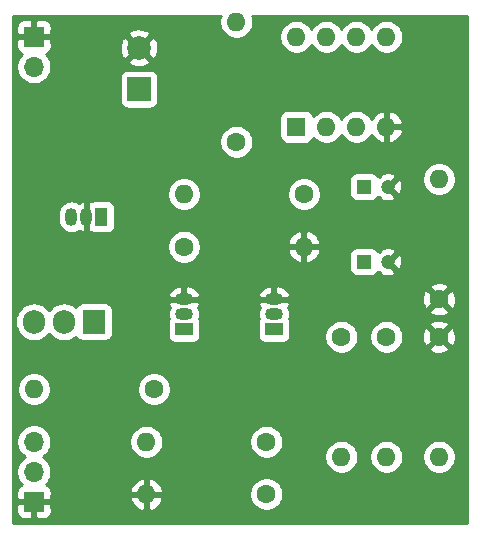
<source format=gbr>
%TF.GenerationSoftware,KiCad,Pcbnew,5.1.6~rc1+dfsg1-1*%
%TF.CreationDate,2020-04-25T08:26:20-07:00*%
%TF.ProjectId,Radio-Power,52616469-6f2d-4506-9f77-65722e6b6963,rev?*%
%TF.SameCoordinates,Original*%
%TF.FileFunction,Copper,L2,Bot*%
%TF.FilePolarity,Positive*%
%FSLAX46Y46*%
G04 Gerber Fmt 4.6, Leading zero omitted, Abs format (unit mm)*
G04 Created by KiCad (PCBNEW 5.1.6~rc1+dfsg1-1) date 2020-04-25 08:26:20*
%MOMM*%
%LPD*%
G01*
G04 APERTURE LIST*
%TA.AperFunction,ComponentPad*%
%ADD10R,1.050000X1.500000*%
%TD*%
%TA.AperFunction,ComponentPad*%
%ADD11O,1.050000X1.500000*%
%TD*%
%TA.AperFunction,ComponentPad*%
%ADD12C,1.200000*%
%TD*%
%TA.AperFunction,ComponentPad*%
%ADD13R,1.200000X1.200000*%
%TD*%
%TA.AperFunction,ComponentPad*%
%ADD14O,1.600000X1.600000*%
%TD*%
%TA.AperFunction,ComponentPad*%
%ADD15C,1.600000*%
%TD*%
%TA.AperFunction,ComponentPad*%
%ADD16R,1.600000X1.600000*%
%TD*%
%TA.AperFunction,ComponentPad*%
%ADD17O,1.905000X2.000000*%
%TD*%
%TA.AperFunction,ComponentPad*%
%ADD18R,1.905000X2.000000*%
%TD*%
%TA.AperFunction,ComponentPad*%
%ADD19O,1.700000X1.700000*%
%TD*%
%TA.AperFunction,ComponentPad*%
%ADD20R,1.700000X1.700000*%
%TD*%
%TA.AperFunction,ComponentPad*%
%ADD21C,2.000000*%
%TD*%
%TA.AperFunction,ComponentPad*%
%ADD22R,2.000000X2.000000*%
%TD*%
%TA.AperFunction,ComponentPad*%
%ADD23R,1.500000X1.050000*%
%TD*%
%TA.AperFunction,ComponentPad*%
%ADD24O,1.500000X1.050000*%
%TD*%
%TA.AperFunction,Conductor*%
%ADD25C,0.254000*%
%TD*%
G04 APERTURE END LIST*
D10*
%TO.P,U1,1*%
%TO.N,5V*%
X23495000Y-33020000D03*
D11*
%TO.P,U1,3*%
%TO.N,Switched*%
X20955000Y-33020000D03*
%TO.P,U1,2*%
%TO.N,GND*%
X22225000Y-33020000D03*
%TD*%
D12*
%TO.P,C3,2*%
%TO.N,GND*%
X47720000Y-36830000D03*
D13*
%TO.P,C3,1*%
%TO.N,Net-(C3-Pad1)*%
X45720000Y-36830000D03*
%TD*%
D12*
%TO.P,C1,2*%
%TO.N,GND*%
X47720000Y-30480000D03*
D13*
%TO.P,C1,1*%
%TO.N,Net-(C1-Pad1)*%
X45720000Y-30480000D03*
%TD*%
D14*
%TO.P,R10,2*%
%TO.N,Bat+*%
X17780000Y-47625000D03*
D15*
%TO.P,R10,1*%
%TO.N,Net-(Q1-Pad1)*%
X27940000Y-47625000D03*
%TD*%
D14*
%TO.P,U2,8*%
%TO.N,5V*%
X40005000Y-17780000D03*
%TO.P,U2,4*%
%TO.N,GND*%
X47625000Y-25400000D03*
%TO.P,U2,7*%
%TO.N,Net-(R4-Pad1)*%
X42545000Y-17780000D03*
%TO.P,U2,3*%
%TO.N,Net-(C1-Pad1)*%
X45085000Y-25400000D03*
%TO.P,U2,6*%
%TO.N,Net-(U2-Pad6)*%
X45085000Y-17780000D03*
%TO.P,U2,2*%
%TO.N,Net-(C3-Pad1)*%
X42545000Y-25400000D03*
%TO.P,U2,5*%
%TO.N,Net-(U2-Pad5)*%
X47625000Y-17780000D03*
D16*
%TO.P,U2,1*%
%TO.N,Net-(R9-Pad1)*%
X40005000Y-25400000D03*
%TD*%
D17*
%TO.P,Q2,3*%
%TO.N,Bat+*%
X17780000Y-41910000D03*
%TO.P,Q2,2*%
%TO.N,Switched*%
X20320000Y-41910000D03*
D18*
%TO.P,Q2,1*%
%TO.N,Net-(Q1-Pad1)*%
X22860000Y-41910000D03*
%TD*%
D14*
%TO.P,R9,2*%
%TO.N,5V*%
X34925000Y-16510000D03*
D15*
%TO.P,R9,1*%
%TO.N,Net-(R9-Pad1)*%
X34925000Y-26670000D03*
%TD*%
D14*
%TO.P,R8,2*%
%TO.N,Net-(C3-Pad1)*%
X52070000Y-29845000D03*
D15*
%TO.P,R8,1*%
%TO.N,GND*%
X52070000Y-40005000D03*
%TD*%
D14*
%TO.P,R7,2*%
%TO.N,Switched*%
X47625000Y-53340000D03*
D15*
%TO.P,R7,1*%
%TO.N,Net-(C3-Pad1)*%
X47625000Y-43180000D03*
%TD*%
D14*
%TO.P,R6,2*%
%TO.N,Net-(C1-Pad1)*%
X52070000Y-53340000D03*
D15*
%TO.P,R6,1*%
%TO.N,GND*%
X52070000Y-43180000D03*
%TD*%
D14*
%TO.P,R5,2*%
%TO.N,ACC*%
X43815000Y-53340000D03*
D15*
%TO.P,R5,1*%
%TO.N,Net-(C1-Pad1)*%
X43815000Y-43180000D03*
%TD*%
D14*
%TO.P,R4,2*%
%TO.N,Net-(Q3-Pad2)*%
X30480000Y-31115000D03*
D15*
%TO.P,R4,1*%
%TO.N,Net-(R4-Pad1)*%
X40640000Y-31115000D03*
%TD*%
D14*
%TO.P,R3,2*%
%TO.N,GND*%
X40640000Y-35560000D03*
D15*
%TO.P,R3,1*%
%TO.N,Net-(Q3-Pad2)*%
X30480000Y-35560000D03*
%TD*%
D14*
%TO.P,R2,2*%
%TO.N,GND*%
X27305000Y-56515000D03*
D15*
%TO.P,R2,1*%
%TO.N,Net-(Q1-Pad2)*%
X37465000Y-56515000D03*
%TD*%
D14*
%TO.P,R1,2*%
%TO.N,ACC*%
X27305000Y-52070000D03*
D15*
%TO.P,R1,1*%
%TO.N,Net-(Q1-Pad2)*%
X37465000Y-52070000D03*
%TD*%
D19*
%TO.P,J2,2*%
%TO.N,Switched*%
X17780000Y-20320000D03*
D20*
%TO.P,J2,1*%
%TO.N,GND*%
X17780000Y-17780000D03*
%TD*%
D19*
%TO.P,J1,3*%
%TO.N,Bat+*%
X17780000Y-52070000D03*
%TO.P,J1,2*%
%TO.N,ACC*%
X17780000Y-54610000D03*
D20*
%TO.P,J1,1*%
%TO.N,GND*%
X17780000Y-57150000D03*
%TD*%
D21*
%TO.P,C2,2*%
%TO.N,GND*%
X26670000Y-18725000D03*
D22*
%TO.P,C2,1*%
%TO.N,5V*%
X26670000Y-22225000D03*
%TD*%
D23*
%TO.P,Q3,1*%
%TO.N,Net-(Q1-Pad1)*%
X30480000Y-42545000D03*
D24*
%TO.P,Q3,3*%
%TO.N,GND*%
X30480000Y-40005000D03*
%TO.P,Q3,2*%
%TO.N,Net-(Q3-Pad2)*%
X30480000Y-41275000D03*
%TD*%
D23*
%TO.P,Q1,1*%
%TO.N,Net-(Q1-Pad1)*%
X38100000Y-42545000D03*
D24*
%TO.P,Q1,3*%
%TO.N,GND*%
X38100000Y-40005000D03*
%TO.P,Q1,2*%
%TO.N,Net-(Q1-Pad2)*%
X38100000Y-41275000D03*
%TD*%
D25*
%TO.N,GND*%
G36*
X33545147Y-16091426D02*
G01*
X33490000Y-16368665D01*
X33490000Y-16651335D01*
X33545147Y-16928574D01*
X33653320Y-17189727D01*
X33810363Y-17424759D01*
X34010241Y-17624637D01*
X34245273Y-17781680D01*
X34506426Y-17889853D01*
X34783665Y-17945000D01*
X35066335Y-17945000D01*
X35343574Y-17889853D01*
X35604727Y-17781680D01*
X35818764Y-17638665D01*
X38570000Y-17638665D01*
X38570000Y-17921335D01*
X38625147Y-18198574D01*
X38733320Y-18459727D01*
X38890363Y-18694759D01*
X39090241Y-18894637D01*
X39325273Y-19051680D01*
X39586426Y-19159853D01*
X39863665Y-19215000D01*
X40146335Y-19215000D01*
X40423574Y-19159853D01*
X40684727Y-19051680D01*
X40919759Y-18894637D01*
X41119637Y-18694759D01*
X41275000Y-18462241D01*
X41430363Y-18694759D01*
X41630241Y-18894637D01*
X41865273Y-19051680D01*
X42126426Y-19159853D01*
X42403665Y-19215000D01*
X42686335Y-19215000D01*
X42963574Y-19159853D01*
X43224727Y-19051680D01*
X43459759Y-18894637D01*
X43659637Y-18694759D01*
X43815000Y-18462241D01*
X43970363Y-18694759D01*
X44170241Y-18894637D01*
X44405273Y-19051680D01*
X44666426Y-19159853D01*
X44943665Y-19215000D01*
X45226335Y-19215000D01*
X45503574Y-19159853D01*
X45764727Y-19051680D01*
X45999759Y-18894637D01*
X46199637Y-18694759D01*
X46355000Y-18462241D01*
X46510363Y-18694759D01*
X46710241Y-18894637D01*
X46945273Y-19051680D01*
X47206426Y-19159853D01*
X47483665Y-19215000D01*
X47766335Y-19215000D01*
X48043574Y-19159853D01*
X48304727Y-19051680D01*
X48539759Y-18894637D01*
X48739637Y-18694759D01*
X48896680Y-18459727D01*
X49004853Y-18198574D01*
X49060000Y-17921335D01*
X49060000Y-17638665D01*
X49004853Y-17361426D01*
X48896680Y-17100273D01*
X48739637Y-16865241D01*
X48539759Y-16665363D01*
X48304727Y-16508320D01*
X48043574Y-16400147D01*
X47766335Y-16345000D01*
X47483665Y-16345000D01*
X47206426Y-16400147D01*
X46945273Y-16508320D01*
X46710241Y-16665363D01*
X46510363Y-16865241D01*
X46355000Y-17097759D01*
X46199637Y-16865241D01*
X45999759Y-16665363D01*
X45764727Y-16508320D01*
X45503574Y-16400147D01*
X45226335Y-16345000D01*
X44943665Y-16345000D01*
X44666426Y-16400147D01*
X44405273Y-16508320D01*
X44170241Y-16665363D01*
X43970363Y-16865241D01*
X43815000Y-17097759D01*
X43659637Y-16865241D01*
X43459759Y-16665363D01*
X43224727Y-16508320D01*
X42963574Y-16400147D01*
X42686335Y-16345000D01*
X42403665Y-16345000D01*
X42126426Y-16400147D01*
X41865273Y-16508320D01*
X41630241Y-16665363D01*
X41430363Y-16865241D01*
X41275000Y-17097759D01*
X41119637Y-16865241D01*
X40919759Y-16665363D01*
X40684727Y-16508320D01*
X40423574Y-16400147D01*
X40146335Y-16345000D01*
X39863665Y-16345000D01*
X39586426Y-16400147D01*
X39325273Y-16508320D01*
X39090241Y-16665363D01*
X38890363Y-16865241D01*
X38733320Y-17100273D01*
X38625147Y-17361426D01*
X38570000Y-17638665D01*
X35818764Y-17638665D01*
X35839759Y-17624637D01*
X36039637Y-17424759D01*
X36196680Y-17189727D01*
X36304853Y-16928574D01*
X36360000Y-16651335D01*
X36360000Y-16368665D01*
X36304853Y-16091426D01*
X36267812Y-16002000D01*
X54483000Y-16002000D01*
X54483000Y-58928000D01*
X16002000Y-58928000D01*
X16002000Y-58000000D01*
X16291928Y-58000000D01*
X16304188Y-58124482D01*
X16340498Y-58244180D01*
X16399463Y-58354494D01*
X16478815Y-58451185D01*
X16575506Y-58530537D01*
X16685820Y-58589502D01*
X16805518Y-58625812D01*
X16930000Y-58638072D01*
X17494250Y-58635000D01*
X17653000Y-58476250D01*
X17653000Y-57277000D01*
X17907000Y-57277000D01*
X17907000Y-58476250D01*
X18065750Y-58635000D01*
X18630000Y-58638072D01*
X18754482Y-58625812D01*
X18874180Y-58589502D01*
X18984494Y-58530537D01*
X19081185Y-58451185D01*
X19160537Y-58354494D01*
X19219502Y-58244180D01*
X19255812Y-58124482D01*
X19268072Y-58000000D01*
X19265000Y-57435750D01*
X19106250Y-57277000D01*
X17907000Y-57277000D01*
X17653000Y-57277000D01*
X16453750Y-57277000D01*
X16295000Y-57435750D01*
X16291928Y-58000000D01*
X16002000Y-58000000D01*
X16002000Y-56300000D01*
X16291928Y-56300000D01*
X16295000Y-56864250D01*
X16453750Y-57023000D01*
X17653000Y-57023000D01*
X17653000Y-57003000D01*
X17907000Y-57003000D01*
X17907000Y-57023000D01*
X19106250Y-57023000D01*
X19265000Y-56864250D01*
X19265001Y-56864039D01*
X25913096Y-56864039D01*
X25953754Y-56998087D01*
X26073963Y-57252420D01*
X26241481Y-57478414D01*
X26449869Y-57667385D01*
X26691119Y-57812070D01*
X26955960Y-57906909D01*
X27178000Y-57785624D01*
X27178000Y-56642000D01*
X27432000Y-56642000D01*
X27432000Y-57785624D01*
X27654040Y-57906909D01*
X27918881Y-57812070D01*
X28160131Y-57667385D01*
X28368519Y-57478414D01*
X28536037Y-57252420D01*
X28656246Y-56998087D01*
X28696904Y-56864039D01*
X28574915Y-56642000D01*
X27432000Y-56642000D01*
X27178000Y-56642000D01*
X26035085Y-56642000D01*
X25913096Y-56864039D01*
X19265001Y-56864039D01*
X19268072Y-56300000D01*
X19255812Y-56175518D01*
X19252913Y-56165961D01*
X25913096Y-56165961D01*
X26035085Y-56388000D01*
X27178000Y-56388000D01*
X27178000Y-55244376D01*
X27432000Y-55244376D01*
X27432000Y-56388000D01*
X28574915Y-56388000D01*
X28582790Y-56373665D01*
X36030000Y-56373665D01*
X36030000Y-56656335D01*
X36085147Y-56933574D01*
X36193320Y-57194727D01*
X36350363Y-57429759D01*
X36550241Y-57629637D01*
X36785273Y-57786680D01*
X37046426Y-57894853D01*
X37323665Y-57950000D01*
X37606335Y-57950000D01*
X37883574Y-57894853D01*
X38144727Y-57786680D01*
X38379759Y-57629637D01*
X38579637Y-57429759D01*
X38736680Y-57194727D01*
X38844853Y-56933574D01*
X38900000Y-56656335D01*
X38900000Y-56373665D01*
X38844853Y-56096426D01*
X38736680Y-55835273D01*
X38579637Y-55600241D01*
X38379759Y-55400363D01*
X38144727Y-55243320D01*
X37883574Y-55135147D01*
X37606335Y-55080000D01*
X37323665Y-55080000D01*
X37046426Y-55135147D01*
X36785273Y-55243320D01*
X36550241Y-55400363D01*
X36350363Y-55600241D01*
X36193320Y-55835273D01*
X36085147Y-56096426D01*
X36030000Y-56373665D01*
X28582790Y-56373665D01*
X28696904Y-56165961D01*
X28656246Y-56031913D01*
X28536037Y-55777580D01*
X28368519Y-55551586D01*
X28160131Y-55362615D01*
X27918881Y-55217930D01*
X27654040Y-55123091D01*
X27432000Y-55244376D01*
X27178000Y-55244376D01*
X26955960Y-55123091D01*
X26691119Y-55217930D01*
X26449869Y-55362615D01*
X26241481Y-55551586D01*
X26073963Y-55777580D01*
X25953754Y-56031913D01*
X25913096Y-56165961D01*
X19252913Y-56165961D01*
X19219502Y-56055820D01*
X19160537Y-55945506D01*
X19081185Y-55848815D01*
X18984494Y-55769463D01*
X18874180Y-55710498D01*
X18801620Y-55688487D01*
X18933475Y-55556632D01*
X19095990Y-55313411D01*
X19207932Y-55043158D01*
X19265000Y-54756260D01*
X19265000Y-54463740D01*
X19207932Y-54176842D01*
X19095990Y-53906589D01*
X18933475Y-53663368D01*
X18726632Y-53456525D01*
X18552240Y-53340000D01*
X18726632Y-53223475D01*
X18933475Y-53016632D01*
X19095990Y-52773411D01*
X19207932Y-52503158D01*
X19265000Y-52216260D01*
X19265000Y-51928665D01*
X25870000Y-51928665D01*
X25870000Y-52211335D01*
X25925147Y-52488574D01*
X26033320Y-52749727D01*
X26190363Y-52984759D01*
X26390241Y-53184637D01*
X26625273Y-53341680D01*
X26886426Y-53449853D01*
X27163665Y-53505000D01*
X27446335Y-53505000D01*
X27723574Y-53449853D01*
X27984727Y-53341680D01*
X28219759Y-53184637D01*
X28419637Y-52984759D01*
X28576680Y-52749727D01*
X28684853Y-52488574D01*
X28740000Y-52211335D01*
X28740000Y-51928665D01*
X36030000Y-51928665D01*
X36030000Y-52211335D01*
X36085147Y-52488574D01*
X36193320Y-52749727D01*
X36350363Y-52984759D01*
X36550241Y-53184637D01*
X36785273Y-53341680D01*
X37046426Y-53449853D01*
X37323665Y-53505000D01*
X37606335Y-53505000D01*
X37883574Y-53449853D01*
X38144727Y-53341680D01*
X38358764Y-53198665D01*
X42380000Y-53198665D01*
X42380000Y-53481335D01*
X42435147Y-53758574D01*
X42543320Y-54019727D01*
X42700363Y-54254759D01*
X42900241Y-54454637D01*
X43135273Y-54611680D01*
X43396426Y-54719853D01*
X43673665Y-54775000D01*
X43956335Y-54775000D01*
X44233574Y-54719853D01*
X44494727Y-54611680D01*
X44729759Y-54454637D01*
X44929637Y-54254759D01*
X45086680Y-54019727D01*
X45194853Y-53758574D01*
X45250000Y-53481335D01*
X45250000Y-53198665D01*
X46190000Y-53198665D01*
X46190000Y-53481335D01*
X46245147Y-53758574D01*
X46353320Y-54019727D01*
X46510363Y-54254759D01*
X46710241Y-54454637D01*
X46945273Y-54611680D01*
X47206426Y-54719853D01*
X47483665Y-54775000D01*
X47766335Y-54775000D01*
X48043574Y-54719853D01*
X48304727Y-54611680D01*
X48539759Y-54454637D01*
X48739637Y-54254759D01*
X48896680Y-54019727D01*
X49004853Y-53758574D01*
X49060000Y-53481335D01*
X49060000Y-53198665D01*
X50635000Y-53198665D01*
X50635000Y-53481335D01*
X50690147Y-53758574D01*
X50798320Y-54019727D01*
X50955363Y-54254759D01*
X51155241Y-54454637D01*
X51390273Y-54611680D01*
X51651426Y-54719853D01*
X51928665Y-54775000D01*
X52211335Y-54775000D01*
X52488574Y-54719853D01*
X52749727Y-54611680D01*
X52984759Y-54454637D01*
X53184637Y-54254759D01*
X53341680Y-54019727D01*
X53449853Y-53758574D01*
X53505000Y-53481335D01*
X53505000Y-53198665D01*
X53449853Y-52921426D01*
X53341680Y-52660273D01*
X53184637Y-52425241D01*
X52984759Y-52225363D01*
X52749727Y-52068320D01*
X52488574Y-51960147D01*
X52211335Y-51905000D01*
X51928665Y-51905000D01*
X51651426Y-51960147D01*
X51390273Y-52068320D01*
X51155241Y-52225363D01*
X50955363Y-52425241D01*
X50798320Y-52660273D01*
X50690147Y-52921426D01*
X50635000Y-53198665D01*
X49060000Y-53198665D01*
X49004853Y-52921426D01*
X48896680Y-52660273D01*
X48739637Y-52425241D01*
X48539759Y-52225363D01*
X48304727Y-52068320D01*
X48043574Y-51960147D01*
X47766335Y-51905000D01*
X47483665Y-51905000D01*
X47206426Y-51960147D01*
X46945273Y-52068320D01*
X46710241Y-52225363D01*
X46510363Y-52425241D01*
X46353320Y-52660273D01*
X46245147Y-52921426D01*
X46190000Y-53198665D01*
X45250000Y-53198665D01*
X45194853Y-52921426D01*
X45086680Y-52660273D01*
X44929637Y-52425241D01*
X44729759Y-52225363D01*
X44494727Y-52068320D01*
X44233574Y-51960147D01*
X43956335Y-51905000D01*
X43673665Y-51905000D01*
X43396426Y-51960147D01*
X43135273Y-52068320D01*
X42900241Y-52225363D01*
X42700363Y-52425241D01*
X42543320Y-52660273D01*
X42435147Y-52921426D01*
X42380000Y-53198665D01*
X38358764Y-53198665D01*
X38379759Y-53184637D01*
X38579637Y-52984759D01*
X38736680Y-52749727D01*
X38844853Y-52488574D01*
X38900000Y-52211335D01*
X38900000Y-51928665D01*
X38844853Y-51651426D01*
X38736680Y-51390273D01*
X38579637Y-51155241D01*
X38379759Y-50955363D01*
X38144727Y-50798320D01*
X37883574Y-50690147D01*
X37606335Y-50635000D01*
X37323665Y-50635000D01*
X37046426Y-50690147D01*
X36785273Y-50798320D01*
X36550241Y-50955363D01*
X36350363Y-51155241D01*
X36193320Y-51390273D01*
X36085147Y-51651426D01*
X36030000Y-51928665D01*
X28740000Y-51928665D01*
X28684853Y-51651426D01*
X28576680Y-51390273D01*
X28419637Y-51155241D01*
X28219759Y-50955363D01*
X27984727Y-50798320D01*
X27723574Y-50690147D01*
X27446335Y-50635000D01*
X27163665Y-50635000D01*
X26886426Y-50690147D01*
X26625273Y-50798320D01*
X26390241Y-50955363D01*
X26190363Y-51155241D01*
X26033320Y-51390273D01*
X25925147Y-51651426D01*
X25870000Y-51928665D01*
X19265000Y-51928665D01*
X19265000Y-51923740D01*
X19207932Y-51636842D01*
X19095990Y-51366589D01*
X18933475Y-51123368D01*
X18726632Y-50916525D01*
X18483411Y-50754010D01*
X18213158Y-50642068D01*
X17926260Y-50585000D01*
X17633740Y-50585000D01*
X17346842Y-50642068D01*
X17076589Y-50754010D01*
X16833368Y-50916525D01*
X16626525Y-51123368D01*
X16464010Y-51366589D01*
X16352068Y-51636842D01*
X16295000Y-51923740D01*
X16295000Y-52216260D01*
X16352068Y-52503158D01*
X16464010Y-52773411D01*
X16626525Y-53016632D01*
X16833368Y-53223475D01*
X17007760Y-53340000D01*
X16833368Y-53456525D01*
X16626525Y-53663368D01*
X16464010Y-53906589D01*
X16352068Y-54176842D01*
X16295000Y-54463740D01*
X16295000Y-54756260D01*
X16352068Y-55043158D01*
X16464010Y-55313411D01*
X16626525Y-55556632D01*
X16758380Y-55688487D01*
X16685820Y-55710498D01*
X16575506Y-55769463D01*
X16478815Y-55848815D01*
X16399463Y-55945506D01*
X16340498Y-56055820D01*
X16304188Y-56175518D01*
X16291928Y-56300000D01*
X16002000Y-56300000D01*
X16002000Y-47483665D01*
X16345000Y-47483665D01*
X16345000Y-47766335D01*
X16400147Y-48043574D01*
X16508320Y-48304727D01*
X16665363Y-48539759D01*
X16865241Y-48739637D01*
X17100273Y-48896680D01*
X17361426Y-49004853D01*
X17638665Y-49060000D01*
X17921335Y-49060000D01*
X18198574Y-49004853D01*
X18459727Y-48896680D01*
X18694759Y-48739637D01*
X18894637Y-48539759D01*
X19051680Y-48304727D01*
X19159853Y-48043574D01*
X19215000Y-47766335D01*
X19215000Y-47483665D01*
X26505000Y-47483665D01*
X26505000Y-47766335D01*
X26560147Y-48043574D01*
X26668320Y-48304727D01*
X26825363Y-48539759D01*
X27025241Y-48739637D01*
X27260273Y-48896680D01*
X27521426Y-49004853D01*
X27798665Y-49060000D01*
X28081335Y-49060000D01*
X28358574Y-49004853D01*
X28619727Y-48896680D01*
X28854759Y-48739637D01*
X29054637Y-48539759D01*
X29211680Y-48304727D01*
X29319853Y-48043574D01*
X29375000Y-47766335D01*
X29375000Y-47483665D01*
X29319853Y-47206426D01*
X29211680Y-46945273D01*
X29054637Y-46710241D01*
X28854759Y-46510363D01*
X28619727Y-46353320D01*
X28358574Y-46245147D01*
X28081335Y-46190000D01*
X27798665Y-46190000D01*
X27521426Y-46245147D01*
X27260273Y-46353320D01*
X27025241Y-46510363D01*
X26825363Y-46710241D01*
X26668320Y-46945273D01*
X26560147Y-47206426D01*
X26505000Y-47483665D01*
X19215000Y-47483665D01*
X19159853Y-47206426D01*
X19051680Y-46945273D01*
X18894637Y-46710241D01*
X18694759Y-46510363D01*
X18459727Y-46353320D01*
X18198574Y-46245147D01*
X17921335Y-46190000D01*
X17638665Y-46190000D01*
X17361426Y-46245147D01*
X17100273Y-46353320D01*
X16865241Y-46510363D01*
X16665363Y-46710241D01*
X16508320Y-46945273D01*
X16400147Y-47206426D01*
X16345000Y-47483665D01*
X16002000Y-47483665D01*
X16002000Y-41784514D01*
X16192500Y-41784514D01*
X16192500Y-42035485D01*
X16215470Y-42268703D01*
X16306245Y-42567948D01*
X16453655Y-42843734D01*
X16652037Y-43085463D01*
X16893765Y-43283845D01*
X17169551Y-43431255D01*
X17468796Y-43522030D01*
X17780000Y-43552681D01*
X18091203Y-43522030D01*
X18390448Y-43431255D01*
X18666234Y-43283845D01*
X18907963Y-43085463D01*
X19050000Y-42912391D01*
X19192037Y-43085463D01*
X19433765Y-43283845D01*
X19709551Y-43431255D01*
X20008796Y-43522030D01*
X20320000Y-43552681D01*
X20631203Y-43522030D01*
X20930448Y-43431255D01*
X21206234Y-43283845D01*
X21332095Y-43180553D01*
X21376963Y-43264494D01*
X21456315Y-43361185D01*
X21553006Y-43440537D01*
X21663320Y-43499502D01*
X21783018Y-43535812D01*
X21907500Y-43548072D01*
X23812500Y-43548072D01*
X23936982Y-43535812D01*
X24056680Y-43499502D01*
X24166994Y-43440537D01*
X24263685Y-43361185D01*
X24343037Y-43264494D01*
X24402002Y-43154180D01*
X24438312Y-43034482D01*
X24450572Y-42910000D01*
X24450572Y-41275000D01*
X29089388Y-41275000D01*
X29111785Y-41502400D01*
X29175093Y-41711098D01*
X29140498Y-41775820D01*
X29104188Y-41895518D01*
X29091928Y-42020000D01*
X29091928Y-43070000D01*
X29104188Y-43194482D01*
X29140498Y-43314180D01*
X29199463Y-43424494D01*
X29278815Y-43521185D01*
X29375506Y-43600537D01*
X29485820Y-43659502D01*
X29605518Y-43695812D01*
X29730000Y-43708072D01*
X31230000Y-43708072D01*
X31354482Y-43695812D01*
X31474180Y-43659502D01*
X31584494Y-43600537D01*
X31681185Y-43521185D01*
X31760537Y-43424494D01*
X31819502Y-43314180D01*
X31855812Y-43194482D01*
X31868072Y-43070000D01*
X31868072Y-42020000D01*
X31855812Y-41895518D01*
X31819502Y-41775820D01*
X31784907Y-41711098D01*
X31848215Y-41502400D01*
X31870612Y-41275000D01*
X36709388Y-41275000D01*
X36731785Y-41502400D01*
X36795093Y-41711098D01*
X36760498Y-41775820D01*
X36724188Y-41895518D01*
X36711928Y-42020000D01*
X36711928Y-43070000D01*
X36724188Y-43194482D01*
X36760498Y-43314180D01*
X36819463Y-43424494D01*
X36898815Y-43521185D01*
X36995506Y-43600537D01*
X37105820Y-43659502D01*
X37225518Y-43695812D01*
X37350000Y-43708072D01*
X38850000Y-43708072D01*
X38974482Y-43695812D01*
X39094180Y-43659502D01*
X39204494Y-43600537D01*
X39301185Y-43521185D01*
X39380537Y-43424494D01*
X39439502Y-43314180D01*
X39475812Y-43194482D01*
X39488072Y-43070000D01*
X39488072Y-43038665D01*
X42380000Y-43038665D01*
X42380000Y-43321335D01*
X42435147Y-43598574D01*
X42543320Y-43859727D01*
X42700363Y-44094759D01*
X42900241Y-44294637D01*
X43135273Y-44451680D01*
X43396426Y-44559853D01*
X43673665Y-44615000D01*
X43956335Y-44615000D01*
X44233574Y-44559853D01*
X44494727Y-44451680D01*
X44729759Y-44294637D01*
X44929637Y-44094759D01*
X45086680Y-43859727D01*
X45194853Y-43598574D01*
X45250000Y-43321335D01*
X45250000Y-43038665D01*
X46190000Y-43038665D01*
X46190000Y-43321335D01*
X46245147Y-43598574D01*
X46353320Y-43859727D01*
X46510363Y-44094759D01*
X46710241Y-44294637D01*
X46945273Y-44451680D01*
X47206426Y-44559853D01*
X47483665Y-44615000D01*
X47766335Y-44615000D01*
X48043574Y-44559853D01*
X48304727Y-44451680D01*
X48539759Y-44294637D01*
X48661694Y-44172702D01*
X51256903Y-44172702D01*
X51328486Y-44416671D01*
X51583996Y-44537571D01*
X51858184Y-44606300D01*
X52140512Y-44620217D01*
X52420130Y-44578787D01*
X52686292Y-44483603D01*
X52811514Y-44416671D01*
X52883097Y-44172702D01*
X52070000Y-43359605D01*
X51256903Y-44172702D01*
X48661694Y-44172702D01*
X48739637Y-44094759D01*
X48896680Y-43859727D01*
X49004853Y-43598574D01*
X49060000Y-43321335D01*
X49060000Y-43250512D01*
X50629783Y-43250512D01*
X50671213Y-43530130D01*
X50766397Y-43796292D01*
X50833329Y-43921514D01*
X51077298Y-43993097D01*
X51890395Y-43180000D01*
X52249605Y-43180000D01*
X53062702Y-43993097D01*
X53306671Y-43921514D01*
X53427571Y-43666004D01*
X53496300Y-43391816D01*
X53510217Y-43109488D01*
X53468787Y-42829870D01*
X53373603Y-42563708D01*
X53306671Y-42438486D01*
X53062702Y-42366903D01*
X52249605Y-43180000D01*
X51890395Y-43180000D01*
X51077298Y-42366903D01*
X50833329Y-42438486D01*
X50712429Y-42693996D01*
X50643700Y-42968184D01*
X50629783Y-43250512D01*
X49060000Y-43250512D01*
X49060000Y-43038665D01*
X49004853Y-42761426D01*
X48896680Y-42500273D01*
X48739637Y-42265241D01*
X48661694Y-42187298D01*
X51256903Y-42187298D01*
X52070000Y-43000395D01*
X52883097Y-42187298D01*
X52811514Y-41943329D01*
X52556004Y-41822429D01*
X52281816Y-41753700D01*
X51999488Y-41739783D01*
X51719870Y-41781213D01*
X51453708Y-41876397D01*
X51328486Y-41943329D01*
X51256903Y-42187298D01*
X48661694Y-42187298D01*
X48539759Y-42065363D01*
X48304727Y-41908320D01*
X48043574Y-41800147D01*
X47766335Y-41745000D01*
X47483665Y-41745000D01*
X47206426Y-41800147D01*
X46945273Y-41908320D01*
X46710241Y-42065363D01*
X46510363Y-42265241D01*
X46353320Y-42500273D01*
X46245147Y-42761426D01*
X46190000Y-43038665D01*
X45250000Y-43038665D01*
X45194853Y-42761426D01*
X45086680Y-42500273D01*
X44929637Y-42265241D01*
X44729759Y-42065363D01*
X44494727Y-41908320D01*
X44233574Y-41800147D01*
X43956335Y-41745000D01*
X43673665Y-41745000D01*
X43396426Y-41800147D01*
X43135273Y-41908320D01*
X42900241Y-42065363D01*
X42700363Y-42265241D01*
X42543320Y-42500273D01*
X42435147Y-42761426D01*
X42380000Y-43038665D01*
X39488072Y-43038665D01*
X39488072Y-42020000D01*
X39475812Y-41895518D01*
X39439502Y-41775820D01*
X39404907Y-41711098D01*
X39468215Y-41502400D01*
X39490612Y-41275000D01*
X39468215Y-41047600D01*
X39453079Y-40997702D01*
X51256903Y-40997702D01*
X51328486Y-41241671D01*
X51583996Y-41362571D01*
X51858184Y-41431300D01*
X52140512Y-41445217D01*
X52420130Y-41403787D01*
X52686292Y-41308603D01*
X52811514Y-41241671D01*
X52883097Y-40997702D01*
X52070000Y-40184605D01*
X51256903Y-40997702D01*
X39453079Y-40997702D01*
X39401885Y-40828940D01*
X39301071Y-40640331D01*
X39342275Y-40581882D01*
X39435272Y-40372337D01*
X39443964Y-40310810D01*
X39318163Y-40132000D01*
X38553109Y-40132000D01*
X38552400Y-40131785D01*
X38381979Y-40115000D01*
X37818021Y-40115000D01*
X37647600Y-40131785D01*
X37646891Y-40132000D01*
X36881837Y-40132000D01*
X36756036Y-40310810D01*
X36764728Y-40372337D01*
X36857725Y-40581882D01*
X36898929Y-40640331D01*
X36798115Y-40828940D01*
X36731785Y-41047600D01*
X36709388Y-41275000D01*
X31870612Y-41275000D01*
X31848215Y-41047600D01*
X31781885Y-40828940D01*
X31681071Y-40640331D01*
X31722275Y-40581882D01*
X31815272Y-40372337D01*
X31823964Y-40310810D01*
X31698163Y-40132000D01*
X30933109Y-40132000D01*
X30932400Y-40131785D01*
X30761979Y-40115000D01*
X30198021Y-40115000D01*
X30027600Y-40131785D01*
X30026891Y-40132000D01*
X29261837Y-40132000D01*
X29136036Y-40310810D01*
X29144728Y-40372337D01*
X29237725Y-40581882D01*
X29278929Y-40640331D01*
X29178115Y-40828940D01*
X29111785Y-41047600D01*
X29089388Y-41275000D01*
X24450572Y-41275000D01*
X24450572Y-40910000D01*
X24438312Y-40785518D01*
X24402002Y-40665820D01*
X24343037Y-40555506D01*
X24263685Y-40458815D01*
X24166994Y-40379463D01*
X24056680Y-40320498D01*
X23936982Y-40284188D01*
X23812500Y-40271928D01*
X21907500Y-40271928D01*
X21783018Y-40284188D01*
X21663320Y-40320498D01*
X21553006Y-40379463D01*
X21456315Y-40458815D01*
X21376963Y-40555506D01*
X21332095Y-40639446D01*
X21206235Y-40536155D01*
X20930449Y-40388745D01*
X20631204Y-40297970D01*
X20320000Y-40267319D01*
X20008797Y-40297970D01*
X19709552Y-40388745D01*
X19433766Y-40536155D01*
X19192037Y-40734537D01*
X19050000Y-40907609D01*
X18907963Y-40734537D01*
X18666235Y-40536155D01*
X18390449Y-40388745D01*
X18091204Y-40297970D01*
X17780000Y-40267319D01*
X17468797Y-40297970D01*
X17169552Y-40388745D01*
X16893766Y-40536155D01*
X16652037Y-40734537D01*
X16453655Y-40976265D01*
X16306245Y-41252051D01*
X16215470Y-41551296D01*
X16192500Y-41784514D01*
X16002000Y-41784514D01*
X16002000Y-40075512D01*
X50629783Y-40075512D01*
X50671213Y-40355130D01*
X50766397Y-40621292D01*
X50833329Y-40746514D01*
X51077298Y-40818097D01*
X51890395Y-40005000D01*
X52249605Y-40005000D01*
X53062702Y-40818097D01*
X53306671Y-40746514D01*
X53427571Y-40491004D01*
X53496300Y-40216816D01*
X53510217Y-39934488D01*
X53468787Y-39654870D01*
X53373603Y-39388708D01*
X53306671Y-39263486D01*
X53062702Y-39191903D01*
X52249605Y-40005000D01*
X51890395Y-40005000D01*
X51077298Y-39191903D01*
X50833329Y-39263486D01*
X50712429Y-39518996D01*
X50643700Y-39793184D01*
X50629783Y-40075512D01*
X16002000Y-40075512D01*
X16002000Y-39699190D01*
X29136036Y-39699190D01*
X29261837Y-39878000D01*
X30353000Y-39878000D01*
X30353000Y-38998402D01*
X30607000Y-38998402D01*
X30607000Y-39878000D01*
X31698163Y-39878000D01*
X31823964Y-39699190D01*
X36756036Y-39699190D01*
X36881837Y-39878000D01*
X37973000Y-39878000D01*
X37973000Y-38998402D01*
X38227000Y-38998402D01*
X38227000Y-39878000D01*
X39318163Y-39878000D01*
X39443964Y-39699190D01*
X39435272Y-39637663D01*
X39342275Y-39428118D01*
X39210184Y-39240742D01*
X39044076Y-39082736D01*
X38932732Y-39012298D01*
X51256903Y-39012298D01*
X52070000Y-39825395D01*
X52883097Y-39012298D01*
X52811514Y-38768329D01*
X52556004Y-38647429D01*
X52281816Y-38578700D01*
X51999488Y-38564783D01*
X51719870Y-38606213D01*
X51453708Y-38701397D01*
X51328486Y-38768329D01*
X51256903Y-39012298D01*
X38932732Y-39012298D01*
X38850334Y-38960172D01*
X38636404Y-38877761D01*
X38410507Y-38838669D01*
X38227000Y-38998402D01*
X37973000Y-38998402D01*
X37789493Y-38838669D01*
X37563596Y-38877761D01*
X37349666Y-38960172D01*
X37155924Y-39082736D01*
X36989816Y-39240742D01*
X36857725Y-39428118D01*
X36764728Y-39637663D01*
X36756036Y-39699190D01*
X31823964Y-39699190D01*
X31815272Y-39637663D01*
X31722275Y-39428118D01*
X31590184Y-39240742D01*
X31424076Y-39082736D01*
X31230334Y-38960172D01*
X31016404Y-38877761D01*
X30790507Y-38838669D01*
X30607000Y-38998402D01*
X30353000Y-38998402D01*
X30169493Y-38838669D01*
X29943596Y-38877761D01*
X29729666Y-38960172D01*
X29535924Y-39082736D01*
X29369816Y-39240742D01*
X29237725Y-39428118D01*
X29144728Y-39637663D01*
X29136036Y-39699190D01*
X16002000Y-39699190D01*
X16002000Y-35418665D01*
X29045000Y-35418665D01*
X29045000Y-35701335D01*
X29100147Y-35978574D01*
X29208320Y-36239727D01*
X29365363Y-36474759D01*
X29565241Y-36674637D01*
X29800273Y-36831680D01*
X30061426Y-36939853D01*
X30338665Y-36995000D01*
X30621335Y-36995000D01*
X30898574Y-36939853D01*
X31159727Y-36831680D01*
X31394759Y-36674637D01*
X31594637Y-36474759D01*
X31751680Y-36239727D01*
X31859853Y-35978574D01*
X31873684Y-35909039D01*
X39248096Y-35909039D01*
X39288754Y-36043087D01*
X39408963Y-36297420D01*
X39576481Y-36523414D01*
X39784869Y-36712385D01*
X40026119Y-36857070D01*
X40290960Y-36951909D01*
X40513000Y-36830624D01*
X40513000Y-35687000D01*
X40767000Y-35687000D01*
X40767000Y-36830624D01*
X40989040Y-36951909D01*
X41253881Y-36857070D01*
X41495131Y-36712385D01*
X41703519Y-36523414D01*
X41871037Y-36297420D01*
X41902902Y-36230000D01*
X44481928Y-36230000D01*
X44481928Y-37430000D01*
X44494188Y-37554482D01*
X44530498Y-37674180D01*
X44589463Y-37784494D01*
X44668815Y-37881185D01*
X44765506Y-37960537D01*
X44875820Y-38019502D01*
X44995518Y-38055812D01*
X45120000Y-38068072D01*
X46320000Y-38068072D01*
X46444482Y-38055812D01*
X46564180Y-38019502D01*
X46674494Y-37960537D01*
X46771185Y-37881185D01*
X46850537Y-37784494D01*
X46874858Y-37738994D01*
X46932736Y-37796872D01*
X47049842Y-37679766D01*
X47097148Y-37903348D01*
X47318516Y-38004237D01*
X47555313Y-38060000D01*
X47798438Y-38068495D01*
X48038549Y-38029395D01*
X48266418Y-37944202D01*
X48342852Y-37903348D01*
X48390159Y-37679764D01*
X47720000Y-37009605D01*
X47705858Y-37023748D01*
X47526253Y-36844143D01*
X47540395Y-36830000D01*
X47899605Y-36830000D01*
X48569764Y-37500159D01*
X48793348Y-37452852D01*
X48894237Y-37231484D01*
X48950000Y-36994687D01*
X48958495Y-36751562D01*
X48919395Y-36511451D01*
X48834202Y-36283582D01*
X48793348Y-36207148D01*
X48569764Y-36159841D01*
X47899605Y-36830000D01*
X47540395Y-36830000D01*
X47526253Y-36815858D01*
X47705858Y-36636253D01*
X47720000Y-36650395D01*
X48390159Y-35980236D01*
X48342852Y-35756652D01*
X48121484Y-35655763D01*
X47884687Y-35600000D01*
X47641562Y-35591505D01*
X47401451Y-35630605D01*
X47173582Y-35715798D01*
X47097148Y-35756652D01*
X47049842Y-35980234D01*
X46932736Y-35863128D01*
X46874858Y-35921006D01*
X46850537Y-35875506D01*
X46771185Y-35778815D01*
X46674494Y-35699463D01*
X46564180Y-35640498D01*
X46444482Y-35604188D01*
X46320000Y-35591928D01*
X45120000Y-35591928D01*
X44995518Y-35604188D01*
X44875820Y-35640498D01*
X44765506Y-35699463D01*
X44668815Y-35778815D01*
X44589463Y-35875506D01*
X44530498Y-35985820D01*
X44494188Y-36105518D01*
X44481928Y-36230000D01*
X41902902Y-36230000D01*
X41991246Y-36043087D01*
X42031904Y-35909039D01*
X41909915Y-35687000D01*
X40767000Y-35687000D01*
X40513000Y-35687000D01*
X39370085Y-35687000D01*
X39248096Y-35909039D01*
X31873684Y-35909039D01*
X31915000Y-35701335D01*
X31915000Y-35418665D01*
X31873685Y-35210961D01*
X39248096Y-35210961D01*
X39370085Y-35433000D01*
X40513000Y-35433000D01*
X40513000Y-34289376D01*
X40767000Y-34289376D01*
X40767000Y-35433000D01*
X41909915Y-35433000D01*
X42031904Y-35210961D01*
X41991246Y-35076913D01*
X41871037Y-34822580D01*
X41703519Y-34596586D01*
X41495131Y-34407615D01*
X41253881Y-34262930D01*
X40989040Y-34168091D01*
X40767000Y-34289376D01*
X40513000Y-34289376D01*
X40290960Y-34168091D01*
X40026119Y-34262930D01*
X39784869Y-34407615D01*
X39576481Y-34596586D01*
X39408963Y-34822580D01*
X39288754Y-35076913D01*
X39248096Y-35210961D01*
X31873685Y-35210961D01*
X31859853Y-35141426D01*
X31751680Y-34880273D01*
X31594637Y-34645241D01*
X31394759Y-34445363D01*
X31159727Y-34288320D01*
X30898574Y-34180147D01*
X30621335Y-34125000D01*
X30338665Y-34125000D01*
X30061426Y-34180147D01*
X29800273Y-34288320D01*
X29565241Y-34445363D01*
X29365363Y-34645241D01*
X29208320Y-34880273D01*
X29100147Y-35141426D01*
X29045000Y-35418665D01*
X16002000Y-35418665D01*
X16002000Y-32738021D01*
X19795000Y-32738021D01*
X19795000Y-33301978D01*
X19811785Y-33472399D01*
X19878115Y-33691059D01*
X19985829Y-33892578D01*
X20130788Y-34069212D01*
X20307421Y-34214171D01*
X20508940Y-34321885D01*
X20727600Y-34388215D01*
X20955000Y-34410612D01*
X21182399Y-34388215D01*
X21401059Y-34321885D01*
X21589669Y-34221071D01*
X21648118Y-34262275D01*
X21857663Y-34355272D01*
X21919190Y-34363964D01*
X22098000Y-34238163D01*
X22098000Y-33473109D01*
X22098215Y-33472400D01*
X22115000Y-33301979D01*
X22115000Y-32738022D01*
X22098215Y-32567601D01*
X22098000Y-32566892D01*
X22098000Y-32270000D01*
X22331928Y-32270000D01*
X22331928Y-33770000D01*
X22344188Y-33894482D01*
X22352000Y-33920235D01*
X22352000Y-34238163D01*
X22530810Y-34363964D01*
X22592337Y-34355272D01*
X22660943Y-34324824D01*
X22725820Y-34359502D01*
X22845518Y-34395812D01*
X22970000Y-34408072D01*
X24020000Y-34408072D01*
X24144482Y-34395812D01*
X24264180Y-34359502D01*
X24374494Y-34300537D01*
X24471185Y-34221185D01*
X24550537Y-34124494D01*
X24609502Y-34014180D01*
X24645812Y-33894482D01*
X24658072Y-33770000D01*
X24658072Y-32270000D01*
X24645812Y-32145518D01*
X24609502Y-32025820D01*
X24550537Y-31915506D01*
X24471185Y-31818815D01*
X24374494Y-31739463D01*
X24264180Y-31680498D01*
X24144482Y-31644188D01*
X24020000Y-31631928D01*
X22970000Y-31631928D01*
X22845518Y-31644188D01*
X22725820Y-31680498D01*
X22660943Y-31715176D01*
X22592337Y-31684728D01*
X22530810Y-31676036D01*
X22352000Y-31801837D01*
X22352000Y-32119765D01*
X22344188Y-32145518D01*
X22331928Y-32270000D01*
X22098000Y-32270000D01*
X22098000Y-31801837D01*
X21919190Y-31676036D01*
X21857663Y-31684728D01*
X21648118Y-31777725D01*
X21589669Y-31818929D01*
X21401060Y-31718115D01*
X21182400Y-31651785D01*
X20955000Y-31629388D01*
X20727601Y-31651785D01*
X20508941Y-31718115D01*
X20307422Y-31825829D01*
X20130789Y-31970788D01*
X19985830Y-32147421D01*
X19878115Y-32348940D01*
X19811785Y-32567600D01*
X19795000Y-32738021D01*
X16002000Y-32738021D01*
X16002000Y-30973665D01*
X29045000Y-30973665D01*
X29045000Y-31256335D01*
X29100147Y-31533574D01*
X29208320Y-31794727D01*
X29365363Y-32029759D01*
X29565241Y-32229637D01*
X29800273Y-32386680D01*
X30061426Y-32494853D01*
X30338665Y-32550000D01*
X30621335Y-32550000D01*
X30898574Y-32494853D01*
X31159727Y-32386680D01*
X31394759Y-32229637D01*
X31594637Y-32029759D01*
X31751680Y-31794727D01*
X31859853Y-31533574D01*
X31915000Y-31256335D01*
X31915000Y-30973665D01*
X39205000Y-30973665D01*
X39205000Y-31256335D01*
X39260147Y-31533574D01*
X39368320Y-31794727D01*
X39525363Y-32029759D01*
X39725241Y-32229637D01*
X39960273Y-32386680D01*
X40221426Y-32494853D01*
X40498665Y-32550000D01*
X40781335Y-32550000D01*
X41058574Y-32494853D01*
X41319727Y-32386680D01*
X41554759Y-32229637D01*
X41754637Y-32029759D01*
X41911680Y-31794727D01*
X42019853Y-31533574D01*
X42075000Y-31256335D01*
X42075000Y-30973665D01*
X42019853Y-30696426D01*
X41911680Y-30435273D01*
X41754637Y-30200241D01*
X41554759Y-30000363D01*
X41374623Y-29880000D01*
X44481928Y-29880000D01*
X44481928Y-31080000D01*
X44494188Y-31204482D01*
X44530498Y-31324180D01*
X44589463Y-31434494D01*
X44668815Y-31531185D01*
X44765506Y-31610537D01*
X44875820Y-31669502D01*
X44995518Y-31705812D01*
X45120000Y-31718072D01*
X46320000Y-31718072D01*
X46444482Y-31705812D01*
X46564180Y-31669502D01*
X46674494Y-31610537D01*
X46771185Y-31531185D01*
X46850537Y-31434494D01*
X46874858Y-31388994D01*
X46932736Y-31446872D01*
X47049842Y-31329766D01*
X47097148Y-31553348D01*
X47318516Y-31654237D01*
X47555313Y-31710000D01*
X47798438Y-31718495D01*
X48038549Y-31679395D01*
X48266418Y-31594202D01*
X48342852Y-31553348D01*
X48390159Y-31329764D01*
X47720000Y-30659605D01*
X47705858Y-30673748D01*
X47526253Y-30494143D01*
X47540395Y-30480000D01*
X47899605Y-30480000D01*
X48569764Y-31150159D01*
X48793348Y-31102852D01*
X48894237Y-30881484D01*
X48950000Y-30644687D01*
X48958495Y-30401562D01*
X48919395Y-30161451D01*
X48834202Y-29933582D01*
X48793348Y-29857148D01*
X48569764Y-29809841D01*
X47899605Y-30480000D01*
X47540395Y-30480000D01*
X47526253Y-30465858D01*
X47705858Y-30286253D01*
X47720000Y-30300395D01*
X48316730Y-29703665D01*
X50635000Y-29703665D01*
X50635000Y-29986335D01*
X50690147Y-30263574D01*
X50798320Y-30524727D01*
X50955363Y-30759759D01*
X51155241Y-30959637D01*
X51390273Y-31116680D01*
X51651426Y-31224853D01*
X51928665Y-31280000D01*
X52211335Y-31280000D01*
X52488574Y-31224853D01*
X52749727Y-31116680D01*
X52984759Y-30959637D01*
X53184637Y-30759759D01*
X53341680Y-30524727D01*
X53449853Y-30263574D01*
X53505000Y-29986335D01*
X53505000Y-29703665D01*
X53449853Y-29426426D01*
X53341680Y-29165273D01*
X53184637Y-28930241D01*
X52984759Y-28730363D01*
X52749727Y-28573320D01*
X52488574Y-28465147D01*
X52211335Y-28410000D01*
X51928665Y-28410000D01*
X51651426Y-28465147D01*
X51390273Y-28573320D01*
X51155241Y-28730363D01*
X50955363Y-28930241D01*
X50798320Y-29165273D01*
X50690147Y-29426426D01*
X50635000Y-29703665D01*
X48316730Y-29703665D01*
X48390159Y-29630236D01*
X48342852Y-29406652D01*
X48121484Y-29305763D01*
X47884687Y-29250000D01*
X47641562Y-29241505D01*
X47401451Y-29280605D01*
X47173582Y-29365798D01*
X47097148Y-29406652D01*
X47049842Y-29630234D01*
X46932736Y-29513128D01*
X46874858Y-29571006D01*
X46850537Y-29525506D01*
X46771185Y-29428815D01*
X46674494Y-29349463D01*
X46564180Y-29290498D01*
X46444482Y-29254188D01*
X46320000Y-29241928D01*
X45120000Y-29241928D01*
X44995518Y-29254188D01*
X44875820Y-29290498D01*
X44765506Y-29349463D01*
X44668815Y-29428815D01*
X44589463Y-29525506D01*
X44530498Y-29635820D01*
X44494188Y-29755518D01*
X44481928Y-29880000D01*
X41374623Y-29880000D01*
X41319727Y-29843320D01*
X41058574Y-29735147D01*
X40781335Y-29680000D01*
X40498665Y-29680000D01*
X40221426Y-29735147D01*
X39960273Y-29843320D01*
X39725241Y-30000363D01*
X39525363Y-30200241D01*
X39368320Y-30435273D01*
X39260147Y-30696426D01*
X39205000Y-30973665D01*
X31915000Y-30973665D01*
X31859853Y-30696426D01*
X31751680Y-30435273D01*
X31594637Y-30200241D01*
X31394759Y-30000363D01*
X31159727Y-29843320D01*
X30898574Y-29735147D01*
X30621335Y-29680000D01*
X30338665Y-29680000D01*
X30061426Y-29735147D01*
X29800273Y-29843320D01*
X29565241Y-30000363D01*
X29365363Y-30200241D01*
X29208320Y-30435273D01*
X29100147Y-30696426D01*
X29045000Y-30973665D01*
X16002000Y-30973665D01*
X16002000Y-26528665D01*
X33490000Y-26528665D01*
X33490000Y-26811335D01*
X33545147Y-27088574D01*
X33653320Y-27349727D01*
X33810363Y-27584759D01*
X34010241Y-27784637D01*
X34245273Y-27941680D01*
X34506426Y-28049853D01*
X34783665Y-28105000D01*
X35066335Y-28105000D01*
X35343574Y-28049853D01*
X35604727Y-27941680D01*
X35839759Y-27784637D01*
X36039637Y-27584759D01*
X36196680Y-27349727D01*
X36304853Y-27088574D01*
X36360000Y-26811335D01*
X36360000Y-26528665D01*
X36304853Y-26251426D01*
X36196680Y-25990273D01*
X36039637Y-25755241D01*
X35839759Y-25555363D01*
X35604727Y-25398320D01*
X35343574Y-25290147D01*
X35066335Y-25235000D01*
X34783665Y-25235000D01*
X34506426Y-25290147D01*
X34245273Y-25398320D01*
X34010241Y-25555363D01*
X33810363Y-25755241D01*
X33653320Y-25990273D01*
X33545147Y-26251426D01*
X33490000Y-26528665D01*
X16002000Y-26528665D01*
X16002000Y-24600000D01*
X38566928Y-24600000D01*
X38566928Y-26200000D01*
X38579188Y-26324482D01*
X38615498Y-26444180D01*
X38674463Y-26554494D01*
X38753815Y-26651185D01*
X38850506Y-26730537D01*
X38960820Y-26789502D01*
X39080518Y-26825812D01*
X39205000Y-26838072D01*
X40805000Y-26838072D01*
X40929482Y-26825812D01*
X41049180Y-26789502D01*
X41159494Y-26730537D01*
X41256185Y-26651185D01*
X41335537Y-26554494D01*
X41394502Y-26444180D01*
X41430812Y-26324482D01*
X41431643Y-26316039D01*
X41630241Y-26514637D01*
X41865273Y-26671680D01*
X42126426Y-26779853D01*
X42403665Y-26835000D01*
X42686335Y-26835000D01*
X42963574Y-26779853D01*
X43224727Y-26671680D01*
X43459759Y-26514637D01*
X43659637Y-26314759D01*
X43815000Y-26082241D01*
X43970363Y-26314759D01*
X44170241Y-26514637D01*
X44405273Y-26671680D01*
X44666426Y-26779853D01*
X44943665Y-26835000D01*
X45226335Y-26835000D01*
X45503574Y-26779853D01*
X45764727Y-26671680D01*
X45999759Y-26514637D01*
X46199637Y-26314759D01*
X46356680Y-26079727D01*
X46361067Y-26069135D01*
X46472615Y-26255131D01*
X46661586Y-26463519D01*
X46887580Y-26631037D01*
X47141913Y-26751246D01*
X47275961Y-26791904D01*
X47498000Y-26669915D01*
X47498000Y-25527000D01*
X47752000Y-25527000D01*
X47752000Y-26669915D01*
X47974039Y-26791904D01*
X48108087Y-26751246D01*
X48362420Y-26631037D01*
X48588414Y-26463519D01*
X48777385Y-26255131D01*
X48922070Y-26013881D01*
X49016909Y-25749040D01*
X48895624Y-25527000D01*
X47752000Y-25527000D01*
X47498000Y-25527000D01*
X47478000Y-25527000D01*
X47478000Y-25273000D01*
X47498000Y-25273000D01*
X47498000Y-24130085D01*
X47752000Y-24130085D01*
X47752000Y-25273000D01*
X48895624Y-25273000D01*
X49016909Y-25050960D01*
X48922070Y-24786119D01*
X48777385Y-24544869D01*
X48588414Y-24336481D01*
X48362420Y-24168963D01*
X48108087Y-24048754D01*
X47974039Y-24008096D01*
X47752000Y-24130085D01*
X47498000Y-24130085D01*
X47275961Y-24008096D01*
X47141913Y-24048754D01*
X46887580Y-24168963D01*
X46661586Y-24336481D01*
X46472615Y-24544869D01*
X46361067Y-24730865D01*
X46356680Y-24720273D01*
X46199637Y-24485241D01*
X45999759Y-24285363D01*
X45764727Y-24128320D01*
X45503574Y-24020147D01*
X45226335Y-23965000D01*
X44943665Y-23965000D01*
X44666426Y-24020147D01*
X44405273Y-24128320D01*
X44170241Y-24285363D01*
X43970363Y-24485241D01*
X43815000Y-24717759D01*
X43659637Y-24485241D01*
X43459759Y-24285363D01*
X43224727Y-24128320D01*
X42963574Y-24020147D01*
X42686335Y-23965000D01*
X42403665Y-23965000D01*
X42126426Y-24020147D01*
X41865273Y-24128320D01*
X41630241Y-24285363D01*
X41431643Y-24483961D01*
X41430812Y-24475518D01*
X41394502Y-24355820D01*
X41335537Y-24245506D01*
X41256185Y-24148815D01*
X41159494Y-24069463D01*
X41049180Y-24010498D01*
X40929482Y-23974188D01*
X40805000Y-23961928D01*
X39205000Y-23961928D01*
X39080518Y-23974188D01*
X38960820Y-24010498D01*
X38850506Y-24069463D01*
X38753815Y-24148815D01*
X38674463Y-24245506D01*
X38615498Y-24355820D01*
X38579188Y-24475518D01*
X38566928Y-24600000D01*
X16002000Y-24600000D01*
X16002000Y-18630000D01*
X16291928Y-18630000D01*
X16304188Y-18754482D01*
X16340498Y-18874180D01*
X16399463Y-18984494D01*
X16478815Y-19081185D01*
X16575506Y-19160537D01*
X16685820Y-19219502D01*
X16758380Y-19241513D01*
X16626525Y-19373368D01*
X16464010Y-19616589D01*
X16352068Y-19886842D01*
X16295000Y-20173740D01*
X16295000Y-20466260D01*
X16352068Y-20753158D01*
X16464010Y-21023411D01*
X16626525Y-21266632D01*
X16833368Y-21473475D01*
X17076589Y-21635990D01*
X17346842Y-21747932D01*
X17633740Y-21805000D01*
X17926260Y-21805000D01*
X18213158Y-21747932D01*
X18483411Y-21635990D01*
X18726632Y-21473475D01*
X18933475Y-21266632D01*
X18961292Y-21225000D01*
X25031928Y-21225000D01*
X25031928Y-23225000D01*
X25044188Y-23349482D01*
X25080498Y-23469180D01*
X25139463Y-23579494D01*
X25218815Y-23676185D01*
X25315506Y-23755537D01*
X25425820Y-23814502D01*
X25545518Y-23850812D01*
X25670000Y-23863072D01*
X27670000Y-23863072D01*
X27794482Y-23850812D01*
X27914180Y-23814502D01*
X28024494Y-23755537D01*
X28121185Y-23676185D01*
X28200537Y-23579494D01*
X28259502Y-23469180D01*
X28295812Y-23349482D01*
X28308072Y-23225000D01*
X28308072Y-21225000D01*
X28295812Y-21100518D01*
X28259502Y-20980820D01*
X28200537Y-20870506D01*
X28121185Y-20773815D01*
X28024494Y-20694463D01*
X27914180Y-20635498D01*
X27794482Y-20599188D01*
X27670000Y-20586928D01*
X25670000Y-20586928D01*
X25545518Y-20599188D01*
X25425820Y-20635498D01*
X25315506Y-20694463D01*
X25218815Y-20773815D01*
X25139463Y-20870506D01*
X25080498Y-20980820D01*
X25044188Y-21100518D01*
X25031928Y-21225000D01*
X18961292Y-21225000D01*
X19095990Y-21023411D01*
X19207932Y-20753158D01*
X19265000Y-20466260D01*
X19265000Y-20173740D01*
X19207932Y-19886842D01*
X19196985Y-19860413D01*
X25714192Y-19860413D01*
X25809956Y-20124814D01*
X26099571Y-20265704D01*
X26411108Y-20347384D01*
X26732595Y-20366718D01*
X27051675Y-20322961D01*
X27356088Y-20217795D01*
X27530044Y-20124814D01*
X27625808Y-19860413D01*
X26670000Y-18904605D01*
X25714192Y-19860413D01*
X19196985Y-19860413D01*
X19095990Y-19616589D01*
X18933475Y-19373368D01*
X18801620Y-19241513D01*
X18874180Y-19219502D01*
X18984494Y-19160537D01*
X19081185Y-19081185D01*
X19160537Y-18984494D01*
X19219502Y-18874180D01*
X19245767Y-18787595D01*
X25028282Y-18787595D01*
X25072039Y-19106675D01*
X25177205Y-19411088D01*
X25270186Y-19585044D01*
X25534587Y-19680808D01*
X26490395Y-18725000D01*
X26849605Y-18725000D01*
X27805413Y-19680808D01*
X28069814Y-19585044D01*
X28210704Y-19295429D01*
X28292384Y-18983892D01*
X28311718Y-18662405D01*
X28267961Y-18343325D01*
X28162795Y-18038912D01*
X28069814Y-17864956D01*
X27805413Y-17769192D01*
X26849605Y-18725000D01*
X26490395Y-18725000D01*
X25534587Y-17769192D01*
X25270186Y-17864956D01*
X25129296Y-18154571D01*
X25047616Y-18466108D01*
X25028282Y-18787595D01*
X19245767Y-18787595D01*
X19255812Y-18754482D01*
X19268072Y-18630000D01*
X19265000Y-18065750D01*
X19106250Y-17907000D01*
X17907000Y-17907000D01*
X17907000Y-17927000D01*
X17653000Y-17927000D01*
X17653000Y-17907000D01*
X16453750Y-17907000D01*
X16295000Y-18065750D01*
X16291928Y-18630000D01*
X16002000Y-18630000D01*
X16002000Y-16930000D01*
X16291928Y-16930000D01*
X16295000Y-17494250D01*
X16453750Y-17653000D01*
X17653000Y-17653000D01*
X17653000Y-16453750D01*
X17907000Y-16453750D01*
X17907000Y-17653000D01*
X19106250Y-17653000D01*
X19169663Y-17589587D01*
X25714192Y-17589587D01*
X26670000Y-18545395D01*
X27625808Y-17589587D01*
X27530044Y-17325186D01*
X27240429Y-17184296D01*
X26928892Y-17102616D01*
X26607405Y-17083282D01*
X26288325Y-17127039D01*
X25983912Y-17232205D01*
X25809956Y-17325186D01*
X25714192Y-17589587D01*
X19169663Y-17589587D01*
X19265000Y-17494250D01*
X19268072Y-16930000D01*
X19255812Y-16805518D01*
X19219502Y-16685820D01*
X19160537Y-16575506D01*
X19081185Y-16478815D01*
X18984494Y-16399463D01*
X18874180Y-16340498D01*
X18754482Y-16304188D01*
X18630000Y-16291928D01*
X18065750Y-16295000D01*
X17907000Y-16453750D01*
X17653000Y-16453750D01*
X17494250Y-16295000D01*
X16930000Y-16291928D01*
X16805518Y-16304188D01*
X16685820Y-16340498D01*
X16575506Y-16399463D01*
X16478815Y-16478815D01*
X16399463Y-16575506D01*
X16340498Y-16685820D01*
X16304188Y-16805518D01*
X16291928Y-16930000D01*
X16002000Y-16930000D01*
X16002000Y-16002000D01*
X33582188Y-16002000D01*
X33545147Y-16091426D01*
G37*
X33545147Y-16091426D02*
X33490000Y-16368665D01*
X33490000Y-16651335D01*
X33545147Y-16928574D01*
X33653320Y-17189727D01*
X33810363Y-17424759D01*
X34010241Y-17624637D01*
X34245273Y-17781680D01*
X34506426Y-17889853D01*
X34783665Y-17945000D01*
X35066335Y-17945000D01*
X35343574Y-17889853D01*
X35604727Y-17781680D01*
X35818764Y-17638665D01*
X38570000Y-17638665D01*
X38570000Y-17921335D01*
X38625147Y-18198574D01*
X38733320Y-18459727D01*
X38890363Y-18694759D01*
X39090241Y-18894637D01*
X39325273Y-19051680D01*
X39586426Y-19159853D01*
X39863665Y-19215000D01*
X40146335Y-19215000D01*
X40423574Y-19159853D01*
X40684727Y-19051680D01*
X40919759Y-18894637D01*
X41119637Y-18694759D01*
X41275000Y-18462241D01*
X41430363Y-18694759D01*
X41630241Y-18894637D01*
X41865273Y-19051680D01*
X42126426Y-19159853D01*
X42403665Y-19215000D01*
X42686335Y-19215000D01*
X42963574Y-19159853D01*
X43224727Y-19051680D01*
X43459759Y-18894637D01*
X43659637Y-18694759D01*
X43815000Y-18462241D01*
X43970363Y-18694759D01*
X44170241Y-18894637D01*
X44405273Y-19051680D01*
X44666426Y-19159853D01*
X44943665Y-19215000D01*
X45226335Y-19215000D01*
X45503574Y-19159853D01*
X45764727Y-19051680D01*
X45999759Y-18894637D01*
X46199637Y-18694759D01*
X46355000Y-18462241D01*
X46510363Y-18694759D01*
X46710241Y-18894637D01*
X46945273Y-19051680D01*
X47206426Y-19159853D01*
X47483665Y-19215000D01*
X47766335Y-19215000D01*
X48043574Y-19159853D01*
X48304727Y-19051680D01*
X48539759Y-18894637D01*
X48739637Y-18694759D01*
X48896680Y-18459727D01*
X49004853Y-18198574D01*
X49060000Y-17921335D01*
X49060000Y-17638665D01*
X49004853Y-17361426D01*
X48896680Y-17100273D01*
X48739637Y-16865241D01*
X48539759Y-16665363D01*
X48304727Y-16508320D01*
X48043574Y-16400147D01*
X47766335Y-16345000D01*
X47483665Y-16345000D01*
X47206426Y-16400147D01*
X46945273Y-16508320D01*
X46710241Y-16665363D01*
X46510363Y-16865241D01*
X46355000Y-17097759D01*
X46199637Y-16865241D01*
X45999759Y-16665363D01*
X45764727Y-16508320D01*
X45503574Y-16400147D01*
X45226335Y-16345000D01*
X44943665Y-16345000D01*
X44666426Y-16400147D01*
X44405273Y-16508320D01*
X44170241Y-16665363D01*
X43970363Y-16865241D01*
X43815000Y-17097759D01*
X43659637Y-16865241D01*
X43459759Y-16665363D01*
X43224727Y-16508320D01*
X42963574Y-16400147D01*
X42686335Y-16345000D01*
X42403665Y-16345000D01*
X42126426Y-16400147D01*
X41865273Y-16508320D01*
X41630241Y-16665363D01*
X41430363Y-16865241D01*
X41275000Y-17097759D01*
X41119637Y-16865241D01*
X40919759Y-16665363D01*
X40684727Y-16508320D01*
X40423574Y-16400147D01*
X40146335Y-16345000D01*
X39863665Y-16345000D01*
X39586426Y-16400147D01*
X39325273Y-16508320D01*
X39090241Y-16665363D01*
X38890363Y-16865241D01*
X38733320Y-17100273D01*
X38625147Y-17361426D01*
X38570000Y-17638665D01*
X35818764Y-17638665D01*
X35839759Y-17624637D01*
X36039637Y-17424759D01*
X36196680Y-17189727D01*
X36304853Y-16928574D01*
X36360000Y-16651335D01*
X36360000Y-16368665D01*
X36304853Y-16091426D01*
X36267812Y-16002000D01*
X54483000Y-16002000D01*
X54483000Y-58928000D01*
X16002000Y-58928000D01*
X16002000Y-58000000D01*
X16291928Y-58000000D01*
X16304188Y-58124482D01*
X16340498Y-58244180D01*
X16399463Y-58354494D01*
X16478815Y-58451185D01*
X16575506Y-58530537D01*
X16685820Y-58589502D01*
X16805518Y-58625812D01*
X16930000Y-58638072D01*
X17494250Y-58635000D01*
X17653000Y-58476250D01*
X17653000Y-57277000D01*
X17907000Y-57277000D01*
X17907000Y-58476250D01*
X18065750Y-58635000D01*
X18630000Y-58638072D01*
X18754482Y-58625812D01*
X18874180Y-58589502D01*
X18984494Y-58530537D01*
X19081185Y-58451185D01*
X19160537Y-58354494D01*
X19219502Y-58244180D01*
X19255812Y-58124482D01*
X19268072Y-58000000D01*
X19265000Y-57435750D01*
X19106250Y-57277000D01*
X17907000Y-57277000D01*
X17653000Y-57277000D01*
X16453750Y-57277000D01*
X16295000Y-57435750D01*
X16291928Y-58000000D01*
X16002000Y-58000000D01*
X16002000Y-56300000D01*
X16291928Y-56300000D01*
X16295000Y-56864250D01*
X16453750Y-57023000D01*
X17653000Y-57023000D01*
X17653000Y-57003000D01*
X17907000Y-57003000D01*
X17907000Y-57023000D01*
X19106250Y-57023000D01*
X19265000Y-56864250D01*
X19265001Y-56864039D01*
X25913096Y-56864039D01*
X25953754Y-56998087D01*
X26073963Y-57252420D01*
X26241481Y-57478414D01*
X26449869Y-57667385D01*
X26691119Y-57812070D01*
X26955960Y-57906909D01*
X27178000Y-57785624D01*
X27178000Y-56642000D01*
X27432000Y-56642000D01*
X27432000Y-57785624D01*
X27654040Y-57906909D01*
X27918881Y-57812070D01*
X28160131Y-57667385D01*
X28368519Y-57478414D01*
X28536037Y-57252420D01*
X28656246Y-56998087D01*
X28696904Y-56864039D01*
X28574915Y-56642000D01*
X27432000Y-56642000D01*
X27178000Y-56642000D01*
X26035085Y-56642000D01*
X25913096Y-56864039D01*
X19265001Y-56864039D01*
X19268072Y-56300000D01*
X19255812Y-56175518D01*
X19252913Y-56165961D01*
X25913096Y-56165961D01*
X26035085Y-56388000D01*
X27178000Y-56388000D01*
X27178000Y-55244376D01*
X27432000Y-55244376D01*
X27432000Y-56388000D01*
X28574915Y-56388000D01*
X28582790Y-56373665D01*
X36030000Y-56373665D01*
X36030000Y-56656335D01*
X36085147Y-56933574D01*
X36193320Y-57194727D01*
X36350363Y-57429759D01*
X36550241Y-57629637D01*
X36785273Y-57786680D01*
X37046426Y-57894853D01*
X37323665Y-57950000D01*
X37606335Y-57950000D01*
X37883574Y-57894853D01*
X38144727Y-57786680D01*
X38379759Y-57629637D01*
X38579637Y-57429759D01*
X38736680Y-57194727D01*
X38844853Y-56933574D01*
X38900000Y-56656335D01*
X38900000Y-56373665D01*
X38844853Y-56096426D01*
X38736680Y-55835273D01*
X38579637Y-55600241D01*
X38379759Y-55400363D01*
X38144727Y-55243320D01*
X37883574Y-55135147D01*
X37606335Y-55080000D01*
X37323665Y-55080000D01*
X37046426Y-55135147D01*
X36785273Y-55243320D01*
X36550241Y-55400363D01*
X36350363Y-55600241D01*
X36193320Y-55835273D01*
X36085147Y-56096426D01*
X36030000Y-56373665D01*
X28582790Y-56373665D01*
X28696904Y-56165961D01*
X28656246Y-56031913D01*
X28536037Y-55777580D01*
X28368519Y-55551586D01*
X28160131Y-55362615D01*
X27918881Y-55217930D01*
X27654040Y-55123091D01*
X27432000Y-55244376D01*
X27178000Y-55244376D01*
X26955960Y-55123091D01*
X26691119Y-55217930D01*
X26449869Y-55362615D01*
X26241481Y-55551586D01*
X26073963Y-55777580D01*
X25953754Y-56031913D01*
X25913096Y-56165961D01*
X19252913Y-56165961D01*
X19219502Y-56055820D01*
X19160537Y-55945506D01*
X19081185Y-55848815D01*
X18984494Y-55769463D01*
X18874180Y-55710498D01*
X18801620Y-55688487D01*
X18933475Y-55556632D01*
X19095990Y-55313411D01*
X19207932Y-55043158D01*
X19265000Y-54756260D01*
X19265000Y-54463740D01*
X19207932Y-54176842D01*
X19095990Y-53906589D01*
X18933475Y-53663368D01*
X18726632Y-53456525D01*
X18552240Y-53340000D01*
X18726632Y-53223475D01*
X18933475Y-53016632D01*
X19095990Y-52773411D01*
X19207932Y-52503158D01*
X19265000Y-52216260D01*
X19265000Y-51928665D01*
X25870000Y-51928665D01*
X25870000Y-52211335D01*
X25925147Y-52488574D01*
X26033320Y-52749727D01*
X26190363Y-52984759D01*
X26390241Y-53184637D01*
X26625273Y-53341680D01*
X26886426Y-53449853D01*
X27163665Y-53505000D01*
X27446335Y-53505000D01*
X27723574Y-53449853D01*
X27984727Y-53341680D01*
X28219759Y-53184637D01*
X28419637Y-52984759D01*
X28576680Y-52749727D01*
X28684853Y-52488574D01*
X28740000Y-52211335D01*
X28740000Y-51928665D01*
X36030000Y-51928665D01*
X36030000Y-52211335D01*
X36085147Y-52488574D01*
X36193320Y-52749727D01*
X36350363Y-52984759D01*
X36550241Y-53184637D01*
X36785273Y-53341680D01*
X37046426Y-53449853D01*
X37323665Y-53505000D01*
X37606335Y-53505000D01*
X37883574Y-53449853D01*
X38144727Y-53341680D01*
X38358764Y-53198665D01*
X42380000Y-53198665D01*
X42380000Y-53481335D01*
X42435147Y-53758574D01*
X42543320Y-54019727D01*
X42700363Y-54254759D01*
X42900241Y-54454637D01*
X43135273Y-54611680D01*
X43396426Y-54719853D01*
X43673665Y-54775000D01*
X43956335Y-54775000D01*
X44233574Y-54719853D01*
X44494727Y-54611680D01*
X44729759Y-54454637D01*
X44929637Y-54254759D01*
X45086680Y-54019727D01*
X45194853Y-53758574D01*
X45250000Y-53481335D01*
X45250000Y-53198665D01*
X46190000Y-53198665D01*
X46190000Y-53481335D01*
X46245147Y-53758574D01*
X46353320Y-54019727D01*
X46510363Y-54254759D01*
X46710241Y-54454637D01*
X46945273Y-54611680D01*
X47206426Y-54719853D01*
X47483665Y-54775000D01*
X47766335Y-54775000D01*
X48043574Y-54719853D01*
X48304727Y-54611680D01*
X48539759Y-54454637D01*
X48739637Y-54254759D01*
X48896680Y-54019727D01*
X49004853Y-53758574D01*
X49060000Y-53481335D01*
X49060000Y-53198665D01*
X50635000Y-53198665D01*
X50635000Y-53481335D01*
X50690147Y-53758574D01*
X50798320Y-54019727D01*
X50955363Y-54254759D01*
X51155241Y-54454637D01*
X51390273Y-54611680D01*
X51651426Y-54719853D01*
X51928665Y-54775000D01*
X52211335Y-54775000D01*
X52488574Y-54719853D01*
X52749727Y-54611680D01*
X52984759Y-54454637D01*
X53184637Y-54254759D01*
X53341680Y-54019727D01*
X53449853Y-53758574D01*
X53505000Y-53481335D01*
X53505000Y-53198665D01*
X53449853Y-52921426D01*
X53341680Y-52660273D01*
X53184637Y-52425241D01*
X52984759Y-52225363D01*
X52749727Y-52068320D01*
X52488574Y-51960147D01*
X52211335Y-51905000D01*
X51928665Y-51905000D01*
X51651426Y-51960147D01*
X51390273Y-52068320D01*
X51155241Y-52225363D01*
X50955363Y-52425241D01*
X50798320Y-52660273D01*
X50690147Y-52921426D01*
X50635000Y-53198665D01*
X49060000Y-53198665D01*
X49004853Y-52921426D01*
X48896680Y-52660273D01*
X48739637Y-52425241D01*
X48539759Y-52225363D01*
X48304727Y-52068320D01*
X48043574Y-51960147D01*
X47766335Y-51905000D01*
X47483665Y-51905000D01*
X47206426Y-51960147D01*
X46945273Y-52068320D01*
X46710241Y-52225363D01*
X46510363Y-52425241D01*
X46353320Y-52660273D01*
X46245147Y-52921426D01*
X46190000Y-53198665D01*
X45250000Y-53198665D01*
X45194853Y-52921426D01*
X45086680Y-52660273D01*
X44929637Y-52425241D01*
X44729759Y-52225363D01*
X44494727Y-52068320D01*
X44233574Y-51960147D01*
X43956335Y-51905000D01*
X43673665Y-51905000D01*
X43396426Y-51960147D01*
X43135273Y-52068320D01*
X42900241Y-52225363D01*
X42700363Y-52425241D01*
X42543320Y-52660273D01*
X42435147Y-52921426D01*
X42380000Y-53198665D01*
X38358764Y-53198665D01*
X38379759Y-53184637D01*
X38579637Y-52984759D01*
X38736680Y-52749727D01*
X38844853Y-52488574D01*
X38900000Y-52211335D01*
X38900000Y-51928665D01*
X38844853Y-51651426D01*
X38736680Y-51390273D01*
X38579637Y-51155241D01*
X38379759Y-50955363D01*
X38144727Y-50798320D01*
X37883574Y-50690147D01*
X37606335Y-50635000D01*
X37323665Y-50635000D01*
X37046426Y-50690147D01*
X36785273Y-50798320D01*
X36550241Y-50955363D01*
X36350363Y-51155241D01*
X36193320Y-51390273D01*
X36085147Y-51651426D01*
X36030000Y-51928665D01*
X28740000Y-51928665D01*
X28684853Y-51651426D01*
X28576680Y-51390273D01*
X28419637Y-51155241D01*
X28219759Y-50955363D01*
X27984727Y-50798320D01*
X27723574Y-50690147D01*
X27446335Y-50635000D01*
X27163665Y-50635000D01*
X26886426Y-50690147D01*
X26625273Y-50798320D01*
X26390241Y-50955363D01*
X26190363Y-51155241D01*
X26033320Y-51390273D01*
X25925147Y-51651426D01*
X25870000Y-51928665D01*
X19265000Y-51928665D01*
X19265000Y-51923740D01*
X19207932Y-51636842D01*
X19095990Y-51366589D01*
X18933475Y-51123368D01*
X18726632Y-50916525D01*
X18483411Y-50754010D01*
X18213158Y-50642068D01*
X17926260Y-50585000D01*
X17633740Y-50585000D01*
X17346842Y-50642068D01*
X17076589Y-50754010D01*
X16833368Y-50916525D01*
X16626525Y-51123368D01*
X16464010Y-51366589D01*
X16352068Y-51636842D01*
X16295000Y-51923740D01*
X16295000Y-52216260D01*
X16352068Y-52503158D01*
X16464010Y-52773411D01*
X16626525Y-53016632D01*
X16833368Y-53223475D01*
X17007760Y-53340000D01*
X16833368Y-53456525D01*
X16626525Y-53663368D01*
X16464010Y-53906589D01*
X16352068Y-54176842D01*
X16295000Y-54463740D01*
X16295000Y-54756260D01*
X16352068Y-55043158D01*
X16464010Y-55313411D01*
X16626525Y-55556632D01*
X16758380Y-55688487D01*
X16685820Y-55710498D01*
X16575506Y-55769463D01*
X16478815Y-55848815D01*
X16399463Y-55945506D01*
X16340498Y-56055820D01*
X16304188Y-56175518D01*
X16291928Y-56300000D01*
X16002000Y-56300000D01*
X16002000Y-47483665D01*
X16345000Y-47483665D01*
X16345000Y-47766335D01*
X16400147Y-48043574D01*
X16508320Y-48304727D01*
X16665363Y-48539759D01*
X16865241Y-48739637D01*
X17100273Y-48896680D01*
X17361426Y-49004853D01*
X17638665Y-49060000D01*
X17921335Y-49060000D01*
X18198574Y-49004853D01*
X18459727Y-48896680D01*
X18694759Y-48739637D01*
X18894637Y-48539759D01*
X19051680Y-48304727D01*
X19159853Y-48043574D01*
X19215000Y-47766335D01*
X19215000Y-47483665D01*
X26505000Y-47483665D01*
X26505000Y-47766335D01*
X26560147Y-48043574D01*
X26668320Y-48304727D01*
X26825363Y-48539759D01*
X27025241Y-48739637D01*
X27260273Y-48896680D01*
X27521426Y-49004853D01*
X27798665Y-49060000D01*
X28081335Y-49060000D01*
X28358574Y-49004853D01*
X28619727Y-48896680D01*
X28854759Y-48739637D01*
X29054637Y-48539759D01*
X29211680Y-48304727D01*
X29319853Y-48043574D01*
X29375000Y-47766335D01*
X29375000Y-47483665D01*
X29319853Y-47206426D01*
X29211680Y-46945273D01*
X29054637Y-46710241D01*
X28854759Y-46510363D01*
X28619727Y-46353320D01*
X28358574Y-46245147D01*
X28081335Y-46190000D01*
X27798665Y-46190000D01*
X27521426Y-46245147D01*
X27260273Y-46353320D01*
X27025241Y-46510363D01*
X26825363Y-46710241D01*
X26668320Y-46945273D01*
X26560147Y-47206426D01*
X26505000Y-47483665D01*
X19215000Y-47483665D01*
X19159853Y-47206426D01*
X19051680Y-46945273D01*
X18894637Y-46710241D01*
X18694759Y-46510363D01*
X18459727Y-46353320D01*
X18198574Y-46245147D01*
X17921335Y-46190000D01*
X17638665Y-46190000D01*
X17361426Y-46245147D01*
X17100273Y-46353320D01*
X16865241Y-46510363D01*
X16665363Y-46710241D01*
X16508320Y-46945273D01*
X16400147Y-47206426D01*
X16345000Y-47483665D01*
X16002000Y-47483665D01*
X16002000Y-41784514D01*
X16192500Y-41784514D01*
X16192500Y-42035485D01*
X16215470Y-42268703D01*
X16306245Y-42567948D01*
X16453655Y-42843734D01*
X16652037Y-43085463D01*
X16893765Y-43283845D01*
X17169551Y-43431255D01*
X17468796Y-43522030D01*
X17780000Y-43552681D01*
X18091203Y-43522030D01*
X18390448Y-43431255D01*
X18666234Y-43283845D01*
X18907963Y-43085463D01*
X19050000Y-42912391D01*
X19192037Y-43085463D01*
X19433765Y-43283845D01*
X19709551Y-43431255D01*
X20008796Y-43522030D01*
X20320000Y-43552681D01*
X20631203Y-43522030D01*
X20930448Y-43431255D01*
X21206234Y-43283845D01*
X21332095Y-43180553D01*
X21376963Y-43264494D01*
X21456315Y-43361185D01*
X21553006Y-43440537D01*
X21663320Y-43499502D01*
X21783018Y-43535812D01*
X21907500Y-43548072D01*
X23812500Y-43548072D01*
X23936982Y-43535812D01*
X24056680Y-43499502D01*
X24166994Y-43440537D01*
X24263685Y-43361185D01*
X24343037Y-43264494D01*
X24402002Y-43154180D01*
X24438312Y-43034482D01*
X24450572Y-42910000D01*
X24450572Y-41275000D01*
X29089388Y-41275000D01*
X29111785Y-41502400D01*
X29175093Y-41711098D01*
X29140498Y-41775820D01*
X29104188Y-41895518D01*
X29091928Y-42020000D01*
X29091928Y-43070000D01*
X29104188Y-43194482D01*
X29140498Y-43314180D01*
X29199463Y-43424494D01*
X29278815Y-43521185D01*
X29375506Y-43600537D01*
X29485820Y-43659502D01*
X29605518Y-43695812D01*
X29730000Y-43708072D01*
X31230000Y-43708072D01*
X31354482Y-43695812D01*
X31474180Y-43659502D01*
X31584494Y-43600537D01*
X31681185Y-43521185D01*
X31760537Y-43424494D01*
X31819502Y-43314180D01*
X31855812Y-43194482D01*
X31868072Y-43070000D01*
X31868072Y-42020000D01*
X31855812Y-41895518D01*
X31819502Y-41775820D01*
X31784907Y-41711098D01*
X31848215Y-41502400D01*
X31870612Y-41275000D01*
X36709388Y-41275000D01*
X36731785Y-41502400D01*
X36795093Y-41711098D01*
X36760498Y-41775820D01*
X36724188Y-41895518D01*
X36711928Y-42020000D01*
X36711928Y-43070000D01*
X36724188Y-43194482D01*
X36760498Y-43314180D01*
X36819463Y-43424494D01*
X36898815Y-43521185D01*
X36995506Y-43600537D01*
X37105820Y-43659502D01*
X37225518Y-43695812D01*
X37350000Y-43708072D01*
X38850000Y-43708072D01*
X38974482Y-43695812D01*
X39094180Y-43659502D01*
X39204494Y-43600537D01*
X39301185Y-43521185D01*
X39380537Y-43424494D01*
X39439502Y-43314180D01*
X39475812Y-43194482D01*
X39488072Y-43070000D01*
X39488072Y-43038665D01*
X42380000Y-43038665D01*
X42380000Y-43321335D01*
X42435147Y-43598574D01*
X42543320Y-43859727D01*
X42700363Y-44094759D01*
X42900241Y-44294637D01*
X43135273Y-44451680D01*
X43396426Y-44559853D01*
X43673665Y-44615000D01*
X43956335Y-44615000D01*
X44233574Y-44559853D01*
X44494727Y-44451680D01*
X44729759Y-44294637D01*
X44929637Y-44094759D01*
X45086680Y-43859727D01*
X45194853Y-43598574D01*
X45250000Y-43321335D01*
X45250000Y-43038665D01*
X46190000Y-43038665D01*
X46190000Y-43321335D01*
X46245147Y-43598574D01*
X46353320Y-43859727D01*
X46510363Y-44094759D01*
X46710241Y-44294637D01*
X46945273Y-44451680D01*
X47206426Y-44559853D01*
X47483665Y-44615000D01*
X47766335Y-44615000D01*
X48043574Y-44559853D01*
X48304727Y-44451680D01*
X48539759Y-44294637D01*
X48661694Y-44172702D01*
X51256903Y-44172702D01*
X51328486Y-44416671D01*
X51583996Y-44537571D01*
X51858184Y-44606300D01*
X52140512Y-44620217D01*
X52420130Y-44578787D01*
X52686292Y-44483603D01*
X52811514Y-44416671D01*
X52883097Y-44172702D01*
X52070000Y-43359605D01*
X51256903Y-44172702D01*
X48661694Y-44172702D01*
X48739637Y-44094759D01*
X48896680Y-43859727D01*
X49004853Y-43598574D01*
X49060000Y-43321335D01*
X49060000Y-43250512D01*
X50629783Y-43250512D01*
X50671213Y-43530130D01*
X50766397Y-43796292D01*
X50833329Y-43921514D01*
X51077298Y-43993097D01*
X51890395Y-43180000D01*
X52249605Y-43180000D01*
X53062702Y-43993097D01*
X53306671Y-43921514D01*
X53427571Y-43666004D01*
X53496300Y-43391816D01*
X53510217Y-43109488D01*
X53468787Y-42829870D01*
X53373603Y-42563708D01*
X53306671Y-42438486D01*
X53062702Y-42366903D01*
X52249605Y-43180000D01*
X51890395Y-43180000D01*
X51077298Y-42366903D01*
X50833329Y-42438486D01*
X50712429Y-42693996D01*
X50643700Y-42968184D01*
X50629783Y-43250512D01*
X49060000Y-43250512D01*
X49060000Y-43038665D01*
X49004853Y-42761426D01*
X48896680Y-42500273D01*
X48739637Y-42265241D01*
X48661694Y-42187298D01*
X51256903Y-42187298D01*
X52070000Y-43000395D01*
X52883097Y-42187298D01*
X52811514Y-41943329D01*
X52556004Y-41822429D01*
X52281816Y-41753700D01*
X51999488Y-41739783D01*
X51719870Y-41781213D01*
X51453708Y-41876397D01*
X51328486Y-41943329D01*
X51256903Y-42187298D01*
X48661694Y-42187298D01*
X48539759Y-42065363D01*
X48304727Y-41908320D01*
X48043574Y-41800147D01*
X47766335Y-41745000D01*
X47483665Y-41745000D01*
X47206426Y-41800147D01*
X46945273Y-41908320D01*
X46710241Y-42065363D01*
X46510363Y-42265241D01*
X46353320Y-42500273D01*
X46245147Y-42761426D01*
X46190000Y-43038665D01*
X45250000Y-43038665D01*
X45194853Y-42761426D01*
X45086680Y-42500273D01*
X44929637Y-42265241D01*
X44729759Y-42065363D01*
X44494727Y-41908320D01*
X44233574Y-41800147D01*
X43956335Y-41745000D01*
X43673665Y-41745000D01*
X43396426Y-41800147D01*
X43135273Y-41908320D01*
X42900241Y-42065363D01*
X42700363Y-42265241D01*
X42543320Y-42500273D01*
X42435147Y-42761426D01*
X42380000Y-43038665D01*
X39488072Y-43038665D01*
X39488072Y-42020000D01*
X39475812Y-41895518D01*
X39439502Y-41775820D01*
X39404907Y-41711098D01*
X39468215Y-41502400D01*
X39490612Y-41275000D01*
X39468215Y-41047600D01*
X39453079Y-40997702D01*
X51256903Y-40997702D01*
X51328486Y-41241671D01*
X51583996Y-41362571D01*
X51858184Y-41431300D01*
X52140512Y-41445217D01*
X52420130Y-41403787D01*
X52686292Y-41308603D01*
X52811514Y-41241671D01*
X52883097Y-40997702D01*
X52070000Y-40184605D01*
X51256903Y-40997702D01*
X39453079Y-40997702D01*
X39401885Y-40828940D01*
X39301071Y-40640331D01*
X39342275Y-40581882D01*
X39435272Y-40372337D01*
X39443964Y-40310810D01*
X39318163Y-40132000D01*
X38553109Y-40132000D01*
X38552400Y-40131785D01*
X38381979Y-40115000D01*
X37818021Y-40115000D01*
X37647600Y-40131785D01*
X37646891Y-40132000D01*
X36881837Y-40132000D01*
X36756036Y-40310810D01*
X36764728Y-40372337D01*
X36857725Y-40581882D01*
X36898929Y-40640331D01*
X36798115Y-40828940D01*
X36731785Y-41047600D01*
X36709388Y-41275000D01*
X31870612Y-41275000D01*
X31848215Y-41047600D01*
X31781885Y-40828940D01*
X31681071Y-40640331D01*
X31722275Y-40581882D01*
X31815272Y-40372337D01*
X31823964Y-40310810D01*
X31698163Y-40132000D01*
X30933109Y-40132000D01*
X30932400Y-40131785D01*
X30761979Y-40115000D01*
X30198021Y-40115000D01*
X30027600Y-40131785D01*
X30026891Y-40132000D01*
X29261837Y-40132000D01*
X29136036Y-40310810D01*
X29144728Y-40372337D01*
X29237725Y-40581882D01*
X29278929Y-40640331D01*
X29178115Y-40828940D01*
X29111785Y-41047600D01*
X29089388Y-41275000D01*
X24450572Y-41275000D01*
X24450572Y-40910000D01*
X24438312Y-40785518D01*
X24402002Y-40665820D01*
X24343037Y-40555506D01*
X24263685Y-40458815D01*
X24166994Y-40379463D01*
X24056680Y-40320498D01*
X23936982Y-40284188D01*
X23812500Y-40271928D01*
X21907500Y-40271928D01*
X21783018Y-40284188D01*
X21663320Y-40320498D01*
X21553006Y-40379463D01*
X21456315Y-40458815D01*
X21376963Y-40555506D01*
X21332095Y-40639446D01*
X21206235Y-40536155D01*
X20930449Y-40388745D01*
X20631204Y-40297970D01*
X20320000Y-40267319D01*
X20008797Y-40297970D01*
X19709552Y-40388745D01*
X19433766Y-40536155D01*
X19192037Y-40734537D01*
X19050000Y-40907609D01*
X18907963Y-40734537D01*
X18666235Y-40536155D01*
X18390449Y-40388745D01*
X18091204Y-40297970D01*
X17780000Y-40267319D01*
X17468797Y-40297970D01*
X17169552Y-40388745D01*
X16893766Y-40536155D01*
X16652037Y-40734537D01*
X16453655Y-40976265D01*
X16306245Y-41252051D01*
X16215470Y-41551296D01*
X16192500Y-41784514D01*
X16002000Y-41784514D01*
X16002000Y-40075512D01*
X50629783Y-40075512D01*
X50671213Y-40355130D01*
X50766397Y-40621292D01*
X50833329Y-40746514D01*
X51077298Y-40818097D01*
X51890395Y-40005000D01*
X52249605Y-40005000D01*
X53062702Y-40818097D01*
X53306671Y-40746514D01*
X53427571Y-40491004D01*
X53496300Y-40216816D01*
X53510217Y-39934488D01*
X53468787Y-39654870D01*
X53373603Y-39388708D01*
X53306671Y-39263486D01*
X53062702Y-39191903D01*
X52249605Y-40005000D01*
X51890395Y-40005000D01*
X51077298Y-39191903D01*
X50833329Y-39263486D01*
X50712429Y-39518996D01*
X50643700Y-39793184D01*
X50629783Y-40075512D01*
X16002000Y-40075512D01*
X16002000Y-39699190D01*
X29136036Y-39699190D01*
X29261837Y-39878000D01*
X30353000Y-39878000D01*
X30353000Y-38998402D01*
X30607000Y-38998402D01*
X30607000Y-39878000D01*
X31698163Y-39878000D01*
X31823964Y-39699190D01*
X36756036Y-39699190D01*
X36881837Y-39878000D01*
X37973000Y-39878000D01*
X37973000Y-38998402D01*
X38227000Y-38998402D01*
X38227000Y-39878000D01*
X39318163Y-39878000D01*
X39443964Y-39699190D01*
X39435272Y-39637663D01*
X39342275Y-39428118D01*
X39210184Y-39240742D01*
X39044076Y-39082736D01*
X38932732Y-39012298D01*
X51256903Y-39012298D01*
X52070000Y-39825395D01*
X52883097Y-39012298D01*
X52811514Y-38768329D01*
X52556004Y-38647429D01*
X52281816Y-38578700D01*
X51999488Y-38564783D01*
X51719870Y-38606213D01*
X51453708Y-38701397D01*
X51328486Y-38768329D01*
X51256903Y-39012298D01*
X38932732Y-39012298D01*
X38850334Y-38960172D01*
X38636404Y-38877761D01*
X38410507Y-38838669D01*
X38227000Y-38998402D01*
X37973000Y-38998402D01*
X37789493Y-38838669D01*
X37563596Y-38877761D01*
X37349666Y-38960172D01*
X37155924Y-39082736D01*
X36989816Y-39240742D01*
X36857725Y-39428118D01*
X36764728Y-39637663D01*
X36756036Y-39699190D01*
X31823964Y-39699190D01*
X31815272Y-39637663D01*
X31722275Y-39428118D01*
X31590184Y-39240742D01*
X31424076Y-39082736D01*
X31230334Y-38960172D01*
X31016404Y-38877761D01*
X30790507Y-38838669D01*
X30607000Y-38998402D01*
X30353000Y-38998402D01*
X30169493Y-38838669D01*
X29943596Y-38877761D01*
X29729666Y-38960172D01*
X29535924Y-39082736D01*
X29369816Y-39240742D01*
X29237725Y-39428118D01*
X29144728Y-39637663D01*
X29136036Y-39699190D01*
X16002000Y-39699190D01*
X16002000Y-35418665D01*
X29045000Y-35418665D01*
X29045000Y-35701335D01*
X29100147Y-35978574D01*
X29208320Y-36239727D01*
X29365363Y-36474759D01*
X29565241Y-36674637D01*
X29800273Y-36831680D01*
X30061426Y-36939853D01*
X30338665Y-36995000D01*
X30621335Y-36995000D01*
X30898574Y-36939853D01*
X31159727Y-36831680D01*
X31394759Y-36674637D01*
X31594637Y-36474759D01*
X31751680Y-36239727D01*
X31859853Y-35978574D01*
X31873684Y-35909039D01*
X39248096Y-35909039D01*
X39288754Y-36043087D01*
X39408963Y-36297420D01*
X39576481Y-36523414D01*
X39784869Y-36712385D01*
X40026119Y-36857070D01*
X40290960Y-36951909D01*
X40513000Y-36830624D01*
X40513000Y-35687000D01*
X40767000Y-35687000D01*
X40767000Y-36830624D01*
X40989040Y-36951909D01*
X41253881Y-36857070D01*
X41495131Y-36712385D01*
X41703519Y-36523414D01*
X41871037Y-36297420D01*
X41902902Y-36230000D01*
X44481928Y-36230000D01*
X44481928Y-37430000D01*
X44494188Y-37554482D01*
X44530498Y-37674180D01*
X44589463Y-37784494D01*
X44668815Y-37881185D01*
X44765506Y-37960537D01*
X44875820Y-38019502D01*
X44995518Y-38055812D01*
X45120000Y-38068072D01*
X46320000Y-38068072D01*
X46444482Y-38055812D01*
X46564180Y-38019502D01*
X46674494Y-37960537D01*
X46771185Y-37881185D01*
X46850537Y-37784494D01*
X46874858Y-37738994D01*
X46932736Y-37796872D01*
X47049842Y-37679766D01*
X47097148Y-37903348D01*
X47318516Y-38004237D01*
X47555313Y-38060000D01*
X47798438Y-38068495D01*
X48038549Y-38029395D01*
X48266418Y-37944202D01*
X48342852Y-37903348D01*
X48390159Y-37679764D01*
X47720000Y-37009605D01*
X47705858Y-37023748D01*
X47526253Y-36844143D01*
X47540395Y-36830000D01*
X47899605Y-36830000D01*
X48569764Y-37500159D01*
X48793348Y-37452852D01*
X48894237Y-37231484D01*
X48950000Y-36994687D01*
X48958495Y-36751562D01*
X48919395Y-36511451D01*
X48834202Y-36283582D01*
X48793348Y-36207148D01*
X48569764Y-36159841D01*
X47899605Y-36830000D01*
X47540395Y-36830000D01*
X47526253Y-36815858D01*
X47705858Y-36636253D01*
X47720000Y-36650395D01*
X48390159Y-35980236D01*
X48342852Y-35756652D01*
X48121484Y-35655763D01*
X47884687Y-35600000D01*
X47641562Y-35591505D01*
X47401451Y-35630605D01*
X47173582Y-35715798D01*
X47097148Y-35756652D01*
X47049842Y-35980234D01*
X46932736Y-35863128D01*
X46874858Y-35921006D01*
X46850537Y-35875506D01*
X46771185Y-35778815D01*
X46674494Y-35699463D01*
X46564180Y-35640498D01*
X46444482Y-35604188D01*
X46320000Y-35591928D01*
X45120000Y-35591928D01*
X44995518Y-35604188D01*
X44875820Y-35640498D01*
X44765506Y-35699463D01*
X44668815Y-35778815D01*
X44589463Y-35875506D01*
X44530498Y-35985820D01*
X44494188Y-36105518D01*
X44481928Y-36230000D01*
X41902902Y-36230000D01*
X41991246Y-36043087D01*
X42031904Y-35909039D01*
X41909915Y-35687000D01*
X40767000Y-35687000D01*
X40513000Y-35687000D01*
X39370085Y-35687000D01*
X39248096Y-35909039D01*
X31873684Y-35909039D01*
X31915000Y-35701335D01*
X31915000Y-35418665D01*
X31873685Y-35210961D01*
X39248096Y-35210961D01*
X39370085Y-35433000D01*
X40513000Y-35433000D01*
X40513000Y-34289376D01*
X40767000Y-34289376D01*
X40767000Y-35433000D01*
X41909915Y-35433000D01*
X42031904Y-35210961D01*
X41991246Y-35076913D01*
X41871037Y-34822580D01*
X41703519Y-34596586D01*
X41495131Y-34407615D01*
X41253881Y-34262930D01*
X40989040Y-34168091D01*
X40767000Y-34289376D01*
X40513000Y-34289376D01*
X40290960Y-34168091D01*
X40026119Y-34262930D01*
X39784869Y-34407615D01*
X39576481Y-34596586D01*
X39408963Y-34822580D01*
X39288754Y-35076913D01*
X39248096Y-35210961D01*
X31873685Y-35210961D01*
X31859853Y-35141426D01*
X31751680Y-34880273D01*
X31594637Y-34645241D01*
X31394759Y-34445363D01*
X31159727Y-34288320D01*
X30898574Y-34180147D01*
X30621335Y-34125000D01*
X30338665Y-34125000D01*
X30061426Y-34180147D01*
X29800273Y-34288320D01*
X29565241Y-34445363D01*
X29365363Y-34645241D01*
X29208320Y-34880273D01*
X29100147Y-35141426D01*
X29045000Y-35418665D01*
X16002000Y-35418665D01*
X16002000Y-32738021D01*
X19795000Y-32738021D01*
X19795000Y-33301978D01*
X19811785Y-33472399D01*
X19878115Y-33691059D01*
X19985829Y-33892578D01*
X20130788Y-34069212D01*
X20307421Y-34214171D01*
X20508940Y-34321885D01*
X20727600Y-34388215D01*
X20955000Y-34410612D01*
X21182399Y-34388215D01*
X21401059Y-34321885D01*
X21589669Y-34221071D01*
X21648118Y-34262275D01*
X21857663Y-34355272D01*
X21919190Y-34363964D01*
X22098000Y-34238163D01*
X22098000Y-33473109D01*
X22098215Y-33472400D01*
X22115000Y-33301979D01*
X22115000Y-32738022D01*
X22098215Y-32567601D01*
X22098000Y-32566892D01*
X22098000Y-32270000D01*
X22331928Y-32270000D01*
X22331928Y-33770000D01*
X22344188Y-33894482D01*
X22352000Y-33920235D01*
X22352000Y-34238163D01*
X22530810Y-34363964D01*
X22592337Y-34355272D01*
X22660943Y-34324824D01*
X22725820Y-34359502D01*
X22845518Y-34395812D01*
X22970000Y-34408072D01*
X24020000Y-34408072D01*
X24144482Y-34395812D01*
X24264180Y-34359502D01*
X24374494Y-34300537D01*
X24471185Y-34221185D01*
X24550537Y-34124494D01*
X24609502Y-34014180D01*
X24645812Y-33894482D01*
X24658072Y-33770000D01*
X24658072Y-32270000D01*
X24645812Y-32145518D01*
X24609502Y-32025820D01*
X24550537Y-31915506D01*
X24471185Y-31818815D01*
X24374494Y-31739463D01*
X24264180Y-31680498D01*
X24144482Y-31644188D01*
X24020000Y-31631928D01*
X22970000Y-31631928D01*
X22845518Y-31644188D01*
X22725820Y-31680498D01*
X22660943Y-31715176D01*
X22592337Y-31684728D01*
X22530810Y-31676036D01*
X22352000Y-31801837D01*
X22352000Y-32119765D01*
X22344188Y-32145518D01*
X22331928Y-32270000D01*
X22098000Y-32270000D01*
X22098000Y-31801837D01*
X21919190Y-31676036D01*
X21857663Y-31684728D01*
X21648118Y-31777725D01*
X21589669Y-31818929D01*
X21401060Y-31718115D01*
X21182400Y-31651785D01*
X20955000Y-31629388D01*
X20727601Y-31651785D01*
X20508941Y-31718115D01*
X20307422Y-31825829D01*
X20130789Y-31970788D01*
X19985830Y-32147421D01*
X19878115Y-32348940D01*
X19811785Y-32567600D01*
X19795000Y-32738021D01*
X16002000Y-32738021D01*
X16002000Y-30973665D01*
X29045000Y-30973665D01*
X29045000Y-31256335D01*
X29100147Y-31533574D01*
X29208320Y-31794727D01*
X29365363Y-32029759D01*
X29565241Y-32229637D01*
X29800273Y-32386680D01*
X30061426Y-32494853D01*
X30338665Y-32550000D01*
X30621335Y-32550000D01*
X30898574Y-32494853D01*
X31159727Y-32386680D01*
X31394759Y-32229637D01*
X31594637Y-32029759D01*
X31751680Y-31794727D01*
X31859853Y-31533574D01*
X31915000Y-31256335D01*
X31915000Y-30973665D01*
X39205000Y-30973665D01*
X39205000Y-31256335D01*
X39260147Y-31533574D01*
X39368320Y-31794727D01*
X39525363Y-32029759D01*
X39725241Y-32229637D01*
X39960273Y-32386680D01*
X40221426Y-32494853D01*
X40498665Y-32550000D01*
X40781335Y-32550000D01*
X41058574Y-32494853D01*
X41319727Y-32386680D01*
X41554759Y-32229637D01*
X41754637Y-32029759D01*
X41911680Y-31794727D01*
X42019853Y-31533574D01*
X42075000Y-31256335D01*
X42075000Y-30973665D01*
X42019853Y-30696426D01*
X41911680Y-30435273D01*
X41754637Y-30200241D01*
X41554759Y-30000363D01*
X41374623Y-29880000D01*
X44481928Y-29880000D01*
X44481928Y-31080000D01*
X44494188Y-31204482D01*
X44530498Y-31324180D01*
X44589463Y-31434494D01*
X44668815Y-31531185D01*
X44765506Y-31610537D01*
X44875820Y-31669502D01*
X44995518Y-31705812D01*
X45120000Y-31718072D01*
X46320000Y-31718072D01*
X46444482Y-31705812D01*
X46564180Y-31669502D01*
X46674494Y-31610537D01*
X46771185Y-31531185D01*
X46850537Y-31434494D01*
X46874858Y-31388994D01*
X46932736Y-31446872D01*
X47049842Y-31329766D01*
X47097148Y-31553348D01*
X47318516Y-31654237D01*
X47555313Y-31710000D01*
X47798438Y-31718495D01*
X48038549Y-31679395D01*
X48266418Y-31594202D01*
X48342852Y-31553348D01*
X48390159Y-31329764D01*
X47720000Y-30659605D01*
X47705858Y-30673748D01*
X47526253Y-30494143D01*
X47540395Y-30480000D01*
X47899605Y-30480000D01*
X48569764Y-31150159D01*
X48793348Y-31102852D01*
X48894237Y-30881484D01*
X48950000Y-30644687D01*
X48958495Y-30401562D01*
X48919395Y-30161451D01*
X48834202Y-29933582D01*
X48793348Y-29857148D01*
X48569764Y-29809841D01*
X47899605Y-30480000D01*
X47540395Y-30480000D01*
X47526253Y-30465858D01*
X47705858Y-30286253D01*
X47720000Y-30300395D01*
X48316730Y-29703665D01*
X50635000Y-29703665D01*
X50635000Y-29986335D01*
X50690147Y-30263574D01*
X50798320Y-30524727D01*
X50955363Y-30759759D01*
X51155241Y-30959637D01*
X51390273Y-31116680D01*
X51651426Y-31224853D01*
X51928665Y-31280000D01*
X52211335Y-31280000D01*
X52488574Y-31224853D01*
X52749727Y-31116680D01*
X52984759Y-30959637D01*
X53184637Y-30759759D01*
X53341680Y-30524727D01*
X53449853Y-30263574D01*
X53505000Y-29986335D01*
X53505000Y-29703665D01*
X53449853Y-29426426D01*
X53341680Y-29165273D01*
X53184637Y-28930241D01*
X52984759Y-28730363D01*
X52749727Y-28573320D01*
X52488574Y-28465147D01*
X52211335Y-28410000D01*
X51928665Y-28410000D01*
X51651426Y-28465147D01*
X51390273Y-28573320D01*
X51155241Y-28730363D01*
X50955363Y-28930241D01*
X50798320Y-29165273D01*
X50690147Y-29426426D01*
X50635000Y-29703665D01*
X48316730Y-29703665D01*
X48390159Y-29630236D01*
X48342852Y-29406652D01*
X48121484Y-29305763D01*
X47884687Y-29250000D01*
X47641562Y-29241505D01*
X47401451Y-29280605D01*
X47173582Y-29365798D01*
X47097148Y-29406652D01*
X47049842Y-29630234D01*
X46932736Y-29513128D01*
X46874858Y-29571006D01*
X46850537Y-29525506D01*
X46771185Y-29428815D01*
X46674494Y-29349463D01*
X46564180Y-29290498D01*
X46444482Y-29254188D01*
X46320000Y-29241928D01*
X45120000Y-29241928D01*
X44995518Y-29254188D01*
X44875820Y-29290498D01*
X44765506Y-29349463D01*
X44668815Y-29428815D01*
X44589463Y-29525506D01*
X44530498Y-29635820D01*
X44494188Y-29755518D01*
X44481928Y-29880000D01*
X41374623Y-29880000D01*
X41319727Y-29843320D01*
X41058574Y-29735147D01*
X40781335Y-29680000D01*
X40498665Y-29680000D01*
X40221426Y-29735147D01*
X39960273Y-29843320D01*
X39725241Y-30000363D01*
X39525363Y-30200241D01*
X39368320Y-30435273D01*
X39260147Y-30696426D01*
X39205000Y-30973665D01*
X31915000Y-30973665D01*
X31859853Y-30696426D01*
X31751680Y-30435273D01*
X31594637Y-30200241D01*
X31394759Y-30000363D01*
X31159727Y-29843320D01*
X30898574Y-29735147D01*
X30621335Y-29680000D01*
X30338665Y-29680000D01*
X30061426Y-29735147D01*
X29800273Y-29843320D01*
X29565241Y-30000363D01*
X29365363Y-30200241D01*
X29208320Y-30435273D01*
X29100147Y-30696426D01*
X29045000Y-30973665D01*
X16002000Y-30973665D01*
X16002000Y-26528665D01*
X33490000Y-26528665D01*
X33490000Y-26811335D01*
X33545147Y-27088574D01*
X33653320Y-27349727D01*
X33810363Y-27584759D01*
X34010241Y-27784637D01*
X34245273Y-27941680D01*
X34506426Y-28049853D01*
X34783665Y-28105000D01*
X35066335Y-28105000D01*
X35343574Y-28049853D01*
X35604727Y-27941680D01*
X35839759Y-27784637D01*
X36039637Y-27584759D01*
X36196680Y-27349727D01*
X36304853Y-27088574D01*
X36360000Y-26811335D01*
X36360000Y-26528665D01*
X36304853Y-26251426D01*
X36196680Y-25990273D01*
X36039637Y-25755241D01*
X35839759Y-25555363D01*
X35604727Y-25398320D01*
X35343574Y-25290147D01*
X35066335Y-25235000D01*
X34783665Y-25235000D01*
X34506426Y-25290147D01*
X34245273Y-25398320D01*
X34010241Y-25555363D01*
X33810363Y-25755241D01*
X33653320Y-25990273D01*
X33545147Y-26251426D01*
X33490000Y-26528665D01*
X16002000Y-26528665D01*
X16002000Y-24600000D01*
X38566928Y-24600000D01*
X38566928Y-26200000D01*
X38579188Y-26324482D01*
X38615498Y-26444180D01*
X38674463Y-26554494D01*
X38753815Y-26651185D01*
X38850506Y-26730537D01*
X38960820Y-26789502D01*
X39080518Y-26825812D01*
X39205000Y-26838072D01*
X40805000Y-26838072D01*
X40929482Y-26825812D01*
X41049180Y-26789502D01*
X41159494Y-26730537D01*
X41256185Y-26651185D01*
X41335537Y-26554494D01*
X41394502Y-26444180D01*
X41430812Y-26324482D01*
X41431643Y-26316039D01*
X41630241Y-26514637D01*
X41865273Y-26671680D01*
X42126426Y-26779853D01*
X42403665Y-26835000D01*
X42686335Y-26835000D01*
X42963574Y-26779853D01*
X43224727Y-26671680D01*
X43459759Y-26514637D01*
X43659637Y-26314759D01*
X43815000Y-26082241D01*
X43970363Y-26314759D01*
X44170241Y-26514637D01*
X44405273Y-26671680D01*
X44666426Y-26779853D01*
X44943665Y-26835000D01*
X45226335Y-26835000D01*
X45503574Y-26779853D01*
X45764727Y-26671680D01*
X45999759Y-26514637D01*
X46199637Y-26314759D01*
X46356680Y-26079727D01*
X46361067Y-26069135D01*
X46472615Y-26255131D01*
X46661586Y-26463519D01*
X46887580Y-26631037D01*
X47141913Y-26751246D01*
X47275961Y-26791904D01*
X47498000Y-26669915D01*
X47498000Y-25527000D01*
X47752000Y-25527000D01*
X47752000Y-26669915D01*
X47974039Y-26791904D01*
X48108087Y-26751246D01*
X48362420Y-26631037D01*
X48588414Y-26463519D01*
X48777385Y-26255131D01*
X48922070Y-26013881D01*
X49016909Y-25749040D01*
X48895624Y-25527000D01*
X47752000Y-25527000D01*
X47498000Y-25527000D01*
X47478000Y-25527000D01*
X47478000Y-25273000D01*
X47498000Y-25273000D01*
X47498000Y-24130085D01*
X47752000Y-24130085D01*
X47752000Y-25273000D01*
X48895624Y-25273000D01*
X49016909Y-25050960D01*
X48922070Y-24786119D01*
X48777385Y-24544869D01*
X48588414Y-24336481D01*
X48362420Y-24168963D01*
X48108087Y-24048754D01*
X47974039Y-24008096D01*
X47752000Y-24130085D01*
X47498000Y-24130085D01*
X47275961Y-24008096D01*
X47141913Y-24048754D01*
X46887580Y-24168963D01*
X46661586Y-24336481D01*
X46472615Y-24544869D01*
X46361067Y-24730865D01*
X46356680Y-24720273D01*
X46199637Y-24485241D01*
X45999759Y-24285363D01*
X45764727Y-24128320D01*
X45503574Y-24020147D01*
X45226335Y-23965000D01*
X44943665Y-23965000D01*
X44666426Y-24020147D01*
X44405273Y-24128320D01*
X44170241Y-24285363D01*
X43970363Y-24485241D01*
X43815000Y-24717759D01*
X43659637Y-24485241D01*
X43459759Y-24285363D01*
X43224727Y-24128320D01*
X42963574Y-24020147D01*
X42686335Y-23965000D01*
X42403665Y-23965000D01*
X42126426Y-24020147D01*
X41865273Y-24128320D01*
X41630241Y-24285363D01*
X41431643Y-24483961D01*
X41430812Y-24475518D01*
X41394502Y-24355820D01*
X41335537Y-24245506D01*
X41256185Y-24148815D01*
X41159494Y-24069463D01*
X41049180Y-24010498D01*
X40929482Y-23974188D01*
X40805000Y-23961928D01*
X39205000Y-23961928D01*
X39080518Y-23974188D01*
X38960820Y-24010498D01*
X38850506Y-24069463D01*
X38753815Y-24148815D01*
X38674463Y-24245506D01*
X38615498Y-24355820D01*
X38579188Y-24475518D01*
X38566928Y-24600000D01*
X16002000Y-24600000D01*
X16002000Y-18630000D01*
X16291928Y-18630000D01*
X16304188Y-18754482D01*
X16340498Y-18874180D01*
X16399463Y-18984494D01*
X16478815Y-19081185D01*
X16575506Y-19160537D01*
X16685820Y-19219502D01*
X16758380Y-19241513D01*
X16626525Y-19373368D01*
X16464010Y-19616589D01*
X16352068Y-19886842D01*
X16295000Y-20173740D01*
X16295000Y-20466260D01*
X16352068Y-20753158D01*
X16464010Y-21023411D01*
X16626525Y-21266632D01*
X16833368Y-21473475D01*
X17076589Y-21635990D01*
X17346842Y-21747932D01*
X17633740Y-21805000D01*
X17926260Y-21805000D01*
X18213158Y-21747932D01*
X18483411Y-21635990D01*
X18726632Y-21473475D01*
X18933475Y-21266632D01*
X18961292Y-21225000D01*
X25031928Y-21225000D01*
X25031928Y-23225000D01*
X25044188Y-23349482D01*
X25080498Y-23469180D01*
X25139463Y-23579494D01*
X25218815Y-23676185D01*
X25315506Y-23755537D01*
X25425820Y-23814502D01*
X25545518Y-23850812D01*
X25670000Y-23863072D01*
X27670000Y-23863072D01*
X27794482Y-23850812D01*
X27914180Y-23814502D01*
X28024494Y-23755537D01*
X28121185Y-23676185D01*
X28200537Y-23579494D01*
X28259502Y-23469180D01*
X28295812Y-23349482D01*
X28308072Y-23225000D01*
X28308072Y-21225000D01*
X28295812Y-21100518D01*
X28259502Y-20980820D01*
X28200537Y-20870506D01*
X28121185Y-20773815D01*
X28024494Y-20694463D01*
X27914180Y-20635498D01*
X27794482Y-20599188D01*
X27670000Y-20586928D01*
X25670000Y-20586928D01*
X25545518Y-20599188D01*
X25425820Y-20635498D01*
X25315506Y-20694463D01*
X25218815Y-20773815D01*
X25139463Y-20870506D01*
X25080498Y-20980820D01*
X25044188Y-21100518D01*
X25031928Y-21225000D01*
X18961292Y-21225000D01*
X19095990Y-21023411D01*
X19207932Y-20753158D01*
X19265000Y-20466260D01*
X19265000Y-20173740D01*
X19207932Y-19886842D01*
X19196985Y-19860413D01*
X25714192Y-19860413D01*
X25809956Y-20124814D01*
X26099571Y-20265704D01*
X26411108Y-20347384D01*
X26732595Y-20366718D01*
X27051675Y-20322961D01*
X27356088Y-20217795D01*
X27530044Y-20124814D01*
X27625808Y-19860413D01*
X26670000Y-18904605D01*
X25714192Y-19860413D01*
X19196985Y-19860413D01*
X19095990Y-19616589D01*
X18933475Y-19373368D01*
X18801620Y-19241513D01*
X18874180Y-19219502D01*
X18984494Y-19160537D01*
X19081185Y-19081185D01*
X19160537Y-18984494D01*
X19219502Y-18874180D01*
X19245767Y-18787595D01*
X25028282Y-18787595D01*
X25072039Y-19106675D01*
X25177205Y-19411088D01*
X25270186Y-19585044D01*
X25534587Y-19680808D01*
X26490395Y-18725000D01*
X26849605Y-18725000D01*
X27805413Y-19680808D01*
X28069814Y-19585044D01*
X28210704Y-19295429D01*
X28292384Y-18983892D01*
X28311718Y-18662405D01*
X28267961Y-18343325D01*
X28162795Y-18038912D01*
X28069814Y-17864956D01*
X27805413Y-17769192D01*
X26849605Y-18725000D01*
X26490395Y-18725000D01*
X25534587Y-17769192D01*
X25270186Y-17864956D01*
X25129296Y-18154571D01*
X25047616Y-18466108D01*
X25028282Y-18787595D01*
X19245767Y-18787595D01*
X19255812Y-18754482D01*
X19268072Y-18630000D01*
X19265000Y-18065750D01*
X19106250Y-17907000D01*
X17907000Y-17907000D01*
X17907000Y-17927000D01*
X17653000Y-17927000D01*
X17653000Y-17907000D01*
X16453750Y-17907000D01*
X16295000Y-18065750D01*
X16291928Y-18630000D01*
X16002000Y-18630000D01*
X16002000Y-16930000D01*
X16291928Y-16930000D01*
X16295000Y-17494250D01*
X16453750Y-17653000D01*
X17653000Y-17653000D01*
X17653000Y-16453750D01*
X17907000Y-16453750D01*
X17907000Y-17653000D01*
X19106250Y-17653000D01*
X19169663Y-17589587D01*
X25714192Y-17589587D01*
X26670000Y-18545395D01*
X27625808Y-17589587D01*
X27530044Y-17325186D01*
X27240429Y-17184296D01*
X26928892Y-17102616D01*
X26607405Y-17083282D01*
X26288325Y-17127039D01*
X25983912Y-17232205D01*
X25809956Y-17325186D01*
X25714192Y-17589587D01*
X19169663Y-17589587D01*
X19265000Y-17494250D01*
X19268072Y-16930000D01*
X19255812Y-16805518D01*
X19219502Y-16685820D01*
X19160537Y-16575506D01*
X19081185Y-16478815D01*
X18984494Y-16399463D01*
X18874180Y-16340498D01*
X18754482Y-16304188D01*
X18630000Y-16291928D01*
X18065750Y-16295000D01*
X17907000Y-16453750D01*
X17653000Y-16453750D01*
X17494250Y-16295000D01*
X16930000Y-16291928D01*
X16805518Y-16304188D01*
X16685820Y-16340498D01*
X16575506Y-16399463D01*
X16478815Y-16478815D01*
X16399463Y-16575506D01*
X16340498Y-16685820D01*
X16304188Y-16805518D01*
X16291928Y-16930000D01*
X16002000Y-16930000D01*
X16002000Y-16002000D01*
X33582188Y-16002000D01*
X33545147Y-16091426D01*
%TD*%
M02*

</source>
